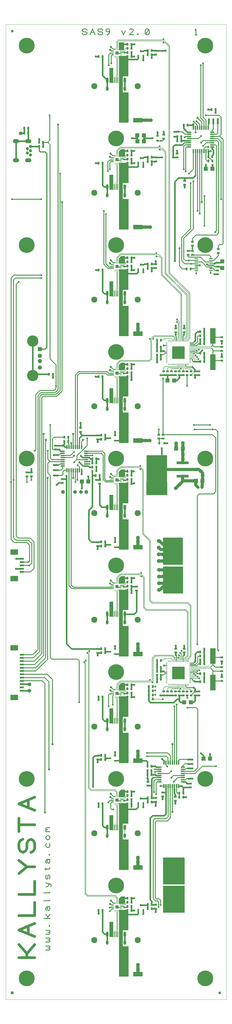
<source format=gbr>
%FSLAX35Y35*%
%MOIN*%
G04 EasyPC Gerber Version 18.0.8 Build 3632 *
%ADD20O,0.03937X0.06693*%
%ADD71O,0.03937X0.07874*%
%ADD93R,0.01102X0.03150*%
%ADD105R,0.01575X0.08661*%
%ADD107R,0.01969X0.05906*%
%ADD97R,0.02362X0.03543*%
%ADD110R,0.03150X0.03543*%
%ADD99R,0.03150X0.03937*%
%ADD119R,0.03150X0.08661*%
%ADD108R,0.05906X0.06299*%
%ADD104R,0.08268X0.23622*%
%ADD103R,0.31102X0.42520*%
%ADD92R,0.03937X0.03937*%
%ADD96R,0.04724X0.04724*%
%ADD70O,0.09449X0.05906*%
%ADD94R,0.03150X0.01102*%
%ADD111R,0.05512X0.01378*%
%ADD106R,0.05906X0.01969*%
%ADD109R,0.03543X0.02362*%
%ADD112R,0.06299X0.02756*%
%ADD114R,0.03543X0.03150*%
%ADD101R,0.03937X0.03150*%
%ADD28R,0.08661X0.03150*%
%ADD102R,0.18110X0.04331*%
%ADD15R,0.06299X0.06299*%
%ADD95R,0.18504X0.18504*%
%ADD11C,0.00394*%
%ADD10C,0.00472*%
%ADD73C,0.00787*%
%ADD72C,0.00827*%
%ADD12C,0.01181*%
%ADD120C,0.01575*%
%ADD29C,0.02362*%
%ADD14C,0.02756*%
%ADD13C,0.03150*%
%ADD25C,0.03937*%
%ADD19C,0.04724*%
%ADD24C,0.05512*%
%ADD22C,0.05906*%
%ADD16C,0.06299*%
%ADD21C,0.09055*%
%ADD18C,0.11811*%
%ADD17C,0.16929*%
%ADD23C,0.23622*%
%ADD100R,0.06299X0.05906*%
%ADD98R,0.14173X0.07087*%
%ADD113R,0.11811X0.08268*%
X0Y0D02*
D02*
D10*
X78745Y177195D02*
X409454D01*
Y1637038*
X78745*
Y177195*
X234253Y271258D02*
X239528D01*
Y293306*
X234253*
Y271258*
G36*
X239528*
Y293306*
X234253*
Y271258*
G37*
Y431101D02*
X239528D01*
Y453148*
X234253*
Y431101*
G36*
X239528*
Y453148*
X234253*
Y431101*
G37*
Y590943D02*
X239528D01*
Y612991*
X234253*
Y590943*
G36*
X239528*
Y612991*
X234253*
Y590943*
G37*
Y750786D02*
X239528D01*
Y772833*
X234253*
Y750786*
G36*
X239528*
Y772833*
X234253*
Y750786*
G37*
Y910628D02*
X239528D01*
Y932676*
X234253*
Y910628*
G36*
X239528*
Y932676*
X234253*
Y910628*
G37*
Y1070471D02*
X239528D01*
Y1092518*
X234253*
Y1070471*
G36*
X239528*
Y1092518*
X234253*
Y1070471*
G37*
Y1230313D02*
X239528D01*
Y1252361*
X234253*
Y1230313*
G36*
X239528*
Y1252361*
X234253*
Y1230313*
G37*
Y1390156D02*
X239528D01*
Y1412203*
X234253*
Y1390156*
G36*
X239528*
Y1412203*
X234253*
Y1390156*
G37*
Y1549998D02*
X239528D01*
Y1572046*
X234253*
Y1549998*
G36*
X239528*
Y1572046*
X234253*
Y1549998*
G37*
X248190Y1599250D02*
X255867D01*
Y1610550*
X248190*
Y1599250*
G36*
X255867*
Y1610550*
X248190*
Y1599250*
G37*
X248228Y328031D02*
Y320512D01*
X257244*
Y331496*
X251693*
X248228Y328031*
G36*
Y320512*
X257244*
Y331496*
X251693*
X248228Y328031*
G37*
Y487874D02*
Y480354D01*
X257244*
Y491339*
X251693*
X248228Y487874*
G36*
Y480354*
X257244*
Y491339*
X251693*
X248228Y487874*
G37*
Y647717D02*
Y640197D01*
X257244*
Y651181*
X251693*
X248228Y647717*
G36*
Y640197*
X257244*
Y651181*
X251693*
X248228Y647717*
G37*
Y807559D02*
Y800039D01*
X257244*
Y811024*
X251693*
X248228Y807559*
G36*
Y800039*
X257244*
Y811024*
X251693*
X248228Y807559*
G37*
Y1279567D02*
X257244D01*
Y1290551*
X251654*
X248228Y1287126*
Y1279567*
G36*
X257244*
Y1290551*
X251654*
X248228Y1287126*
Y1279567*
G37*
Y1439409D02*
X257244D01*
Y1450394*
X251654*
X248228Y1446969*
Y1439409*
G36*
X257244*
Y1450394*
X251654*
X248228Y1446969*
Y1439409*
G37*
X248661Y211693D02*
X262638D01*
Y256811*
X253937*
Y281102*
X262323*
Y311299*
X248661*
Y211693*
G36*
X262638*
Y256811*
X253937*
Y281102*
X262323*
Y311299*
X248661*
Y211693*
G37*
Y371535D02*
X262638D01*
Y416654*
X253937*
Y440945*
X262323*
Y471142*
X248661*
Y371535*
G36*
X262638*
Y416654*
X253937*
Y440945*
X262323*
Y471142*
X248661*
Y371535*
G37*
Y531378D02*
X262520D01*
X262638Y576024*
X262559Y576496*
X253937*
Y600787*
X262323*
Y630984*
X248661*
Y531378*
G36*
X262520*
X262638Y576024*
X262559Y576496*
X253937*
Y600787*
X262323*
Y630984*
X248661*
Y531378*
G37*
Y691220D02*
X262638D01*
Y736339*
X253937*
Y760630*
X262323*
Y790827*
X248661*
Y691220*
G36*
X262638*
Y736339*
X253937*
Y760630*
X262323*
Y790827*
X248661*
Y691220*
G37*
Y851063D02*
X262638D01*
Y896181*
X253937*
Y920472*
X262323*
Y950669*
X248661*
Y851063*
G36*
X262638*
Y896181*
X253937*
Y920472*
X262323*
Y950669*
X248661*
Y851063*
G37*
Y1010906D02*
X262638D01*
Y1056024*
X253937*
Y1080315*
X262323*
Y1110512*
X248661*
Y1010906*
G36*
X262638*
Y1056024*
X253937*
Y1080315*
X262323*
Y1110512*
X248661*
Y1010906*
G37*
Y1170748D02*
X262638D01*
Y1215866*
X253937*
Y1240157*
X262323*
Y1270354*
X248661*
Y1170748*
G36*
X262638*
Y1215866*
X253937*
Y1240157*
X262323*
Y1270354*
X248661*
Y1170748*
G37*
Y1330591D02*
X262638D01*
Y1375709*
X253937*
Y1400000*
X262638*
Y1430197*
X248661*
Y1330591*
G36*
X262638*
Y1375709*
X253937*
Y1400000*
X262638*
Y1430197*
X248661*
Y1330591*
G37*
Y1590039D02*
Y1490433D01*
X262638*
Y1535551*
X253937*
Y1559843*
X262323*
Y1590039*
X248661*
G36*
Y1490433*
X262638*
Y1535551*
X253937*
Y1559843*
X262323*
Y1590039*
X248661*
G37*
X256890Y1119724D02*
Y1120984D01*
G75*
G02X257244Y1121907I1378*
G01*
Y1130709*
X251654*
X248228Y1127283*
Y1119724*
X256890*
G36*
Y1120984*
G75*
G02X257244Y1121907I1378*
G01*
Y1130709*
X251654*
X248228Y1127283*
Y1119724*
X256890*
G37*
X257126Y959882D02*
Y961142D01*
G75*
G02X257244Y961700I1378*
G01*
Y970866*
X251693*
X248228Y967402*
Y959882*
X257126*
G36*
Y961142*
G75*
G02X257244Y961700I1378*
G01*
Y970866*
X251693*
X248228Y967402*
Y959882*
X257126*
G37*
X289686Y932754D02*
X320591D01*
Y952124*
X289686*
Y932754*
G36*
X320591*
Y952124*
X289686*
Y932754*
G37*
X314450Y785471D02*
X344135D01*
Y825471*
X314450*
Y785471*
G36*
X344135*
Y825471*
X314450*
Y785471*
G37*
Y828581D02*
X343898D01*
Y868739*
X314450*
Y828581*
G36*
X343898*
Y868739*
X314450*
Y828581*
G37*
X314568Y307321D02*
X346654D01*
Y347597*
X314568*
Y307321*
G36*
X346654*
Y347597*
X314568*
Y307321*
G37*
Y349683D02*
X346654D01*
Y389920*
X314568*
Y349683*
G36*
X346654*
Y389920*
X314568*
Y349683*
G37*
D02*
D11*
X235916Y921270D02*
X234774Y920128D01*
X235916Y923218D02*
X234774Y924360D01*
X235916Y925207D02*
X234774Y924065D01*
X235916Y927155D02*
X234774Y928297D01*
X235916Y929144D02*
X234774Y928002D01*
X235916Y931092D02*
X234774Y932234D01*
X235916Y1081113D02*
X234774Y1079971D01*
X235916Y1083061D02*
X234774Y1084202D01*
X235916Y1085050D02*
X234774Y1083908D01*
X235916Y1086998D02*
X234774Y1088139D01*
X235916Y1088987D02*
X234774Y1087845D01*
X235916Y1090935D02*
X234774Y1092076D01*
X235916Y1240955D02*
X234774Y1239813D01*
X235916Y1242903D02*
X234774Y1244045D01*
X235916Y1244892D02*
X234774Y1243750D01*
X235916Y1246840D02*
X234774Y1247982D01*
X235916Y1248829D02*
X234774Y1247687D01*
X235916Y1250777D02*
X234774Y1251919D01*
X235916Y1400798D02*
X234774Y1399656D01*
X235916Y1402746D02*
X234774Y1403887D01*
X235916Y1404735D02*
X234774Y1403593D01*
X235916Y1406683D02*
X234774Y1407824D01*
X235916Y1408672D02*
X234774Y1407530D01*
X235916Y1410620D02*
X234774Y1411761D01*
X235916Y1560640D02*
X234774Y1559498D01*
X235916Y1562588D02*
X234774Y1563730D01*
X235916Y1564577D02*
X234774Y1563435D01*
X235916Y1566525D02*
X234774Y1567667D01*
X235916Y1568514D02*
X234774Y1567372D01*
X235916Y1570462D02*
X234774Y1571604D01*
X237864Y921270D02*
X239006Y920128D01*
X237864Y923218D02*
X239006Y924360D01*
X237864Y925207D02*
X239006Y924065D01*
X237864Y927155D02*
X239006Y928297D01*
X237864Y929144D02*
X239006Y928002D01*
X237864Y931092D02*
X239006Y932234D01*
X237864Y1081113D02*
X239006Y1079971D01*
X237864Y1083061D02*
X239006Y1084202D01*
X237864Y1085050D02*
X239006Y1083908D01*
X237864Y1086998D02*
X239006Y1088139D01*
X237864Y1088987D02*
X239006Y1087845D01*
X237864Y1090935D02*
X239006Y1092076D01*
X237864Y1240955D02*
X239006Y1239813D01*
X237864Y1242903D02*
X239006Y1244045D01*
X237864Y1244892D02*
X239006Y1243750D01*
X237864Y1246840D02*
X239006Y1247982D01*
X237864Y1248829D02*
X239006Y1247687D01*
X237864Y1250777D02*
X239006Y1251919D01*
X237864Y1400798D02*
X239006Y1399656D01*
X237864Y1402746D02*
X239006Y1403887D01*
X237864Y1404735D02*
X239006Y1403593D01*
X237864Y1406683D02*
X239006Y1407824D01*
X237864Y1408672D02*
X239006Y1407530D01*
X237864Y1410620D02*
X239006Y1411761D01*
X237864Y1560640D02*
X239006Y1559498D01*
X237864Y1562588D02*
X239006Y1563730D01*
X237864Y1564577D02*
X239006Y1563435D01*
X237864Y1566525D02*
X239006Y1567667D01*
X237864Y1568514D02*
X239006Y1567372D01*
X237864Y1570462D02*
X239006Y1571604D01*
X238386Y274902D02*
X236772D01*
X238386Y434744D02*
X236772D01*
X238386Y594587D02*
X236772D01*
X238386Y754429D02*
X236772D01*
X238386Y914272D02*
X236772D01*
X238386Y1074114D02*
X236772D01*
X238386Y1233957D02*
X236772D01*
X238386Y1393799D02*
X236772D01*
X238386Y1553642D02*
X236772D01*
X238976Y279035D02*
Y280650D01*
Y438878D02*
Y440492D01*
Y598720D02*
Y600335D01*
Y758563D02*
Y760177D01*
Y918406D02*
Y920020D01*
Y1078248D02*
Y1079862D01*
Y1238091D02*
Y1239705D01*
Y1397933D02*
Y1399547D01*
Y1557776D02*
Y1559390D01*
X248583Y322776D02*
Y324390D01*
Y482618D02*
Y484232D01*
Y642461D02*
Y644075D01*
Y802303D02*
Y803917D01*
Y962146D02*
Y963760D01*
Y1121988D02*
Y1123602D01*
Y1281831D02*
Y1283445D01*
Y1441673D02*
Y1443287D01*
Y1601516D02*
Y1603130D01*
X248937Y321398D02*
X250551D01*
X248937Y481240D02*
X250551D01*
X248937Y641083D02*
X250551D01*
X248937Y800925D02*
X250551D01*
X248937Y960768D02*
X250551D01*
X248937Y1120610D02*
X250551D01*
X248937Y1280453D02*
X250551D01*
X248937Y1440295D02*
X250551D01*
X248937Y1600138D02*
X250551D01*
X249213Y270768D02*
Y269154D01*
Y279035D02*
Y280650D01*
Y430610D02*
Y428996D01*
Y438878D02*
Y440492D01*
Y590453D02*
Y588839D01*
Y598720D02*
Y600335D01*
Y750295D02*
Y748681D01*
Y758563D02*
Y760177D01*
Y910138D02*
Y908524D01*
Y918406D02*
Y920020D01*
Y1069980D02*
Y1068366D01*
Y1078248D02*
Y1079862D01*
Y1229823D02*
Y1228209D01*
Y1238091D02*
Y1239705D01*
Y1389665D02*
Y1388051D01*
Y1397933D02*
Y1399547D01*
Y1549508D02*
Y1547894D01*
Y1557776D02*
Y1559390D01*
X249420Y1124223D02*
X248278Y1123081D01*
X249420Y1126171D02*
X248278Y1127313D01*
X249420Y1284065D02*
X248278Y1282924D01*
X249420Y1286013D02*
X248278Y1287155D01*
X249420Y1443908D02*
X248278Y1442766D01*
X249420Y1445856D02*
X248278Y1446998D01*
X249441Y1603771D02*
X248299Y1602630D01*
X249441Y1605441D02*
X248299Y1606583D01*
X249441Y1607472D02*
X248299Y1606331D01*
X249441Y1609142D02*
X248299Y1610283D01*
X249803Y274902D02*
X251417D01*
X249803Y434744D02*
X251417D01*
X249803Y594587D02*
X251417D01*
X249803Y754429D02*
X251417D01*
X249803Y914272D02*
X251417D01*
X249803Y1074114D02*
X251417D01*
X249803Y1233957D02*
X251417D01*
X249803Y1393799D02*
X251417D01*
X249803Y1553642D02*
X251417D01*
X250394Y324606D02*
Y322992D01*
Y327362D02*
Y328976D01*
Y484449D02*
Y482835D01*
Y487205D02*
Y488819D01*
Y644291D02*
Y642677D01*
Y647047D02*
Y648661D01*
Y804134D02*
Y802520D01*
Y806890D02*
Y808504D01*
Y963976D02*
Y962362D01*
Y966732D02*
Y968346D01*
X251111Y1603771D02*
X252252Y1602630D01*
X251111Y1605441D02*
X252252Y1606583D01*
X251111Y1607472D02*
X252252Y1606331D01*
X251111Y1609142D02*
X252252Y1610283D01*
X251368Y1124223D02*
X252509Y1123081D01*
X251368Y1126171D02*
X252509Y1127313D01*
X251368Y1284065D02*
X252509Y1282924D01*
X251368Y1286013D02*
X252509Y1287155D01*
X251368Y1443908D02*
X252509Y1442766D01*
X251368Y1445856D02*
X252509Y1446998D01*
X251575Y329331D02*
X249961D01*
X251575Y489173D02*
X249961D01*
X251575Y649016D02*
X249961D01*
X251575Y808858D02*
X249961D01*
X251575Y968701D02*
X249961D01*
X251575Y1128543D02*
X249961D01*
X251575Y1288386D02*
X249961D01*
X251575Y1448228D02*
X249961D01*
X251772Y325984D02*
X253386D01*
X251772Y485827D02*
X253386D01*
X251772Y645669D02*
X253386D01*
X251772Y805512D02*
X253386D01*
X251772Y965354D02*
X253386D01*
X251979Y321664D02*
X250837Y320522D01*
X251979Y323612D02*
X250837Y324754D01*
X251979Y481506D02*
X250837Y480365D01*
X251979Y483454D02*
X250837Y484596D01*
X251979Y641349D02*
X250837Y640207D01*
X251979Y643297D02*
X250837Y644439D01*
X251979Y801191D02*
X250837Y800050D01*
X251979Y803139D02*
X250837Y804281D01*
X251979Y961034D02*
X250837Y959892D01*
X251979Y962982D02*
X250837Y964124D01*
X251979Y1120876D02*
X250837Y1119735D01*
X251979Y1122824D02*
X250837Y1123966D01*
X251979Y1280719D02*
X250837Y1279577D01*
X251979Y1282667D02*
X250837Y1283809D01*
X251979Y1440561D02*
X250837Y1439420D01*
X251979Y1442509D02*
X250837Y1443651D01*
X252265Y218443D02*
X250709Y220000D01*
X252265Y378286D02*
X250709Y379843D01*
X252265Y538128D02*
X250709Y539685D01*
X252265Y697971D02*
X250709Y699528D01*
X252265Y857813D02*
X250709Y859370D01*
X252265Y1017656D02*
X250709Y1019213D01*
X252265Y1177498D02*
X250709Y1179055D01*
X252265Y1337341D02*
X250709Y1338898D01*
X252265Y1497183D02*
X250709Y1498740D01*
X252826Y1607433D02*
X251685Y1606291D01*
X252826Y1609103D02*
X251685Y1610244D01*
X252944Y1603811D02*
X251803Y1602669D01*
X252944Y1605481D02*
X251803Y1606622D01*
X252953Y327953D02*
Y326339D01*
Y487795D02*
Y486181D01*
Y647638D02*
Y646024D01*
Y807480D02*
Y805866D01*
Y967323D02*
Y965709D01*
Y1127165D02*
Y1125551D01*
Y1287008D02*
Y1285394D01*
Y1446850D02*
Y1445236D01*
X253927Y321664D02*
X255069Y320522D01*
X253927Y323612D02*
X255069Y324754D01*
X253927Y481506D02*
X255069Y480365D01*
X253927Y483454D02*
X255069Y484596D01*
X253927Y641349D02*
X255069Y640207D01*
X253927Y643297D02*
X255069Y644439D01*
X253927Y801191D02*
X255069Y800050D01*
X253927Y803139D02*
X255069Y804281D01*
X253927Y961034D02*
X255069Y959892D01*
X253927Y962982D02*
X255069Y964124D01*
X253927Y1120876D02*
X255069Y1119735D01*
X253927Y1122824D02*
X255069Y1123966D01*
X253927Y1280719D02*
X255069Y1279577D01*
X253927Y1282667D02*
X255069Y1283809D01*
X253927Y1440561D02*
X255069Y1439420D01*
X253927Y1442509D02*
X255069Y1443651D01*
X254134Y325984D02*
X252520D01*
X254134Y485827D02*
X252520D01*
X254134Y645669D02*
X252520D01*
X254134Y805512D02*
X252520D01*
X254134Y965354D02*
X252520D01*
X254134Y1125197D02*
X252520D01*
X254134Y1285039D02*
X252520D01*
X254134Y1444882D02*
X252520D01*
X254331Y329331D02*
X255945D01*
X254331Y489173D02*
X255945D01*
X254331Y649016D02*
X255945D01*
X254331Y808858D02*
X255945D01*
X254331Y968701D02*
X255945D01*
X254331Y1128543D02*
X255945D01*
X254331Y1288386D02*
X255945D01*
X254331Y1448228D02*
X255945D01*
X254496Y1607433D02*
X255638Y1606291D01*
X254496Y1609103D02*
X255638Y1610244D01*
X254615Y1603811D02*
X255756Y1602669D01*
X254615Y1605481D02*
X255756Y1606622D01*
X255512Y324606D02*
Y322992D01*
Y327362D02*
Y328976D01*
Y484449D02*
Y482835D01*
Y487205D02*
Y488819D01*
Y644291D02*
Y642677D01*
Y647047D02*
Y648661D01*
Y804134D02*
Y802520D01*
Y806890D02*
Y808504D01*
Y963976D02*
Y962362D01*
Y966732D02*
Y968346D01*
Y1123819D02*
Y1122205D01*
Y1126575D02*
Y1128189D01*
Y1283661D02*
Y1282047D01*
Y1286417D02*
Y1288031D01*
Y1443504D02*
Y1441890D01*
Y1446260D02*
Y1447874D01*
X259073Y218443D02*
X260630Y220000D01*
X259073Y378286D02*
X260630Y379843D01*
X259073Y538128D02*
X260630Y539685D01*
X259073Y697971D02*
X260630Y699528D01*
X259073Y857813D02*
X260630Y859370D01*
X259073Y1017656D02*
X260630Y1019213D01*
X259073Y1177498D02*
X260630Y1179055D01*
X259073Y1337341D02*
X260630Y1338898D01*
X259073Y1497183D02*
X260630Y1498740D01*
X259882Y310433D02*
X258268D01*
X259882Y470276D02*
X258268D01*
X259882Y630118D02*
X258268D01*
X259882Y789961D02*
X258268D01*
X259882Y949803D02*
X258268D01*
X259882Y1109646D02*
X258268D01*
X259882Y1269488D02*
X258268D01*
X259882Y1429331D02*
X258268D01*
X259882Y1589173D02*
X258268D01*
X261260Y308661D02*
Y307047D01*
Y468504D02*
Y466890D01*
Y628346D02*
Y626732D01*
Y788189D02*
Y786575D01*
Y948031D02*
Y946417D01*
Y1107874D02*
Y1106260D01*
Y1267717D02*
Y1266102D01*
Y1427559D02*
Y1425945D01*
Y1587402D02*
Y1585787D01*
X294055Y939567D02*
X292441D01*
X296614Y937008D02*
Y935394D01*
Y942126D02*
Y943740D01*
X299173Y939567D02*
X300787D01*
X302717Y939646D02*
X301102D01*
X305276Y937087D02*
Y935472D01*
Y942205D02*
Y943819D01*
X307835Y939646D02*
X309449D01*
X310984Y939882D02*
X309370D01*
X313543Y937323D02*
Y935709D01*
Y942441D02*
Y944055D01*
X316102Y939882D02*
X317717D01*
X317126Y325236D02*
X315512D01*
X317126Y372008D02*
X315512D01*
X317126Y803583D02*
X315512D01*
X317126Y850354D02*
X315512D01*
X318798Y336790D02*
X317657Y335649D01*
X318798Y344863D02*
X317657Y346005D01*
X318798Y352381D02*
X317657Y351239D01*
X318798Y360454D02*
X317657Y361595D01*
X318798Y815137D02*
X317657Y813995D01*
X318798Y823210D02*
X317657Y824351D01*
X318798Y830727D02*
X317657Y829586D01*
X318798Y838800D02*
X317657Y839942D01*
X320079Y862717D02*
X318465D01*
X320315Y383780D02*
X318701D01*
X320433Y791220D02*
X318819D01*
X320669Y314213D02*
X319055D01*
X322638Y860157D02*
Y858543D01*
Y865276D02*
Y866890D01*
X322835Y319528D02*
Y317913D01*
Y330945D02*
Y332559D01*
Y366299D02*
Y364685D01*
Y377717D02*
Y379331D01*
Y797874D02*
Y796260D01*
Y809291D02*
Y810906D01*
Y844646D02*
Y843031D01*
Y856063D02*
Y857677D01*
X322874Y381220D02*
Y379606D01*
Y386339D02*
Y387953D01*
X322992Y788661D02*
Y787047D01*
Y793780D02*
Y795394D01*
X323228Y311654D02*
Y310039D01*
Y316772D02*
Y318386D01*
X325197Y862717D02*
X326811D01*
X325433Y383780D02*
X327047D01*
X325551Y791220D02*
X327165D01*
X325787Y314213D02*
X327402D01*
X326871Y336790D02*
X328013Y335649D01*
X326871Y344863D02*
X328013Y346005D01*
X326871Y352381D02*
X328013Y351239D01*
X326871Y360454D02*
X328013Y361595D01*
X326871Y815137D02*
X328013Y813995D01*
X326871Y823210D02*
X328013Y824351D01*
X326871Y830727D02*
X328013Y829586D01*
X326871Y838800D02*
X328013Y839942D01*
X327992Y862717D02*
X326378D01*
X328110Y811220D02*
X326496D01*
X328110Y842520D02*
X326496D01*
X328465Y379685D02*
X326850D01*
X328543Y325236D02*
X330157D01*
X328543Y372008D02*
X330157D01*
X328543Y803583D02*
X330157D01*
X328543Y850354D02*
X330157D01*
X328661Y332835D02*
X327047D01*
X328819Y364213D02*
X327205D01*
X329173Y791220D02*
X327559D01*
X329291Y316535D02*
X327677D01*
X330551Y860157D02*
Y858543D01*
Y865276D02*
Y866890D01*
X330669Y808661D02*
Y807047D01*
Y813780D02*
Y815394D01*
Y839961D02*
Y838346D01*
Y845079D02*
Y846693D01*
X331024Y377126D02*
Y375512D01*
Y382244D02*
Y383858D01*
X331220Y330276D02*
Y328661D01*
Y335394D02*
Y337008D01*
X331339Y324685D02*
X329724D01*
X331378Y361654D02*
Y360039D01*
Y366772D02*
Y368386D01*
X331380Y351852D02*
X330238Y350711D01*
X331380Y355471D02*
X330238Y356612D01*
X331496Y819094D02*
X329882D01*
X331732Y788661D02*
Y787047D01*
Y793780D02*
Y795394D01*
X331850Y313976D02*
Y312362D01*
Y319094D02*
Y320709D01*
X331890Y803346D02*
X330276D01*
X332009Y342088D02*
X330868Y340947D01*
X332009Y345707D02*
X330868Y346848D01*
X332205Y372756D02*
X330591D01*
X332677Y834646D02*
X331063D01*
X333071Y850394D02*
X331457D01*
X333110Y862717D02*
X334724D01*
X333228Y811220D02*
X334843D01*
X333228Y842520D02*
X334843D01*
X333583Y379685D02*
X335197D01*
X333780Y332835D02*
X335394D01*
X333898Y322126D02*
Y320512D01*
Y327244D02*
Y328858D01*
X333937Y364213D02*
X335551D01*
X334055Y816535D02*
Y814921D01*
Y821654D02*
Y823268D01*
X334291Y791220D02*
X335906D01*
X334409Y316535D02*
X336024D01*
X334449Y800787D02*
Y799173D01*
Y805906D02*
Y807520D01*
X334488Y858268D02*
X332874D01*
X334764Y370197D02*
Y368583D01*
Y375315D02*
Y376929D01*
X334998Y351852D02*
X336140Y350711D01*
X334998Y355471D02*
X336140Y356612D01*
X335236Y832087D02*
Y830472D01*
Y837205D02*
Y838819D01*
X335433Y842913D02*
X333819D01*
X335472Y359882D02*
X333858D01*
X335512Y337283D02*
X333898D01*
X335591Y811220D02*
X333976D01*
X335628Y342088D02*
X336770Y340947D01*
X335628Y345707D02*
X336770Y346848D01*
X335630Y847835D02*
Y846220D01*
Y852953D02*
Y854567D01*
X336417Y795669D02*
X334803D01*
X336457Y324685D02*
X338071D01*
X336614Y819094D02*
X338228D01*
X337008Y803346D02*
X338622D01*
X337047Y855709D02*
Y854094D01*
Y860827D02*
Y862441D01*
X337087Y367441D02*
X335472D01*
X337244Y330000D02*
X335630D01*
X337323Y372756D02*
X338937D01*
X337795Y834646D02*
X339409D01*
X337992Y840354D02*
Y838740D01*
Y845472D02*
Y847087D01*
X338031Y357323D02*
Y355709D01*
Y362441D02*
Y364055D01*
X338071Y334724D02*
Y333110D01*
Y339843D02*
Y341457D01*
X338150Y808661D02*
Y807047D01*
Y813780D02*
Y815394D01*
X338189Y850394D02*
X339803D01*
X338976Y793110D02*
Y791496D01*
Y798228D02*
Y799843D01*
X339606Y858268D02*
X341220D01*
X339646Y364882D02*
Y363268D01*
Y370000D02*
Y371614D01*
X339803Y327441D02*
Y325827D01*
Y332559D02*
Y334173D01*
X340551Y842913D02*
X342165D01*
X340591Y359882D02*
X342205D01*
X340630Y337283D02*
X342244D01*
X340709Y811220D02*
X342323D01*
X341535Y795669D02*
X343150D01*
X342205Y367441D02*
X343819D01*
X342362Y330000D02*
X343976D01*
D02*
D12*
X86811Y951969D02*
Y1257598D01*
X91024Y1261811*
X132165*
X88268Y1375591D02*
X132047D01*
X90433Y955157D02*
Y1254724D01*
X93071Y1257362*
X132205*
X102953Y817323D02*
X116220D01*
X121378Y822480*
Y862441*
X115709Y868110*
X97717*
X94567Y871260*
Y1248071*
X98346Y1251850*
X102953Y827165D02*
X114016D01*
X102953Y832087D02*
X112598D01*
X112913Y832402*
X110394Y960551D02*
Y951969D01*
X112913Y832402D02*
X114685Y834173D01*
Y857520*
X110630Y861575*
X91378*
X86811Y866142*
Y951969*
X114016Y827165D02*
X114409D01*
X117835Y830591*
Y859882*
X113031Y864685*
X94291*
X90433Y868543*
Y955157*
X117165Y960551D02*
Y955157D01*
X134724Y1460709D02*
X134921D01*
X135079Y1460551*
X141299*
X135630Y1024213D02*
Y692205D01*
X122323Y678898*
X103012*
X102953Y678839*
X137441Y457323D02*
Y650236D01*
X133228Y654449*
X103169*
X102953Y654232*
X139016Y1014961D02*
Y1012677D01*
X138543Y1012205*
Y688740*
X123543Y673740*
X103130*
X102953Y673917*
X141299Y1460551D02*
X141850D01*
X145157Y1457244*
Y1137520*
Y1136535*
X154291Y1127402*
Y1095866*
X141299Y1460551D02*
X141417D01*
X144803Y1463937*
Y1500866*
X144567Y1501102*
X141575Y958110D02*
Y686614D01*
X124016Y669055*
X103524*
X103465Y668996*
X102953*
X142008Y998740D02*
Y986142D01*
X145472Y982677*
X143622Y521811D02*
Y652756D01*
X137283Y659094*
X103012*
X102953Y659154*
X145472Y982677D02*
X145000D01*
X142047Y979724*
Y965709*
X145591Y962165*
Y689252*
X147953Y686890*
X186575*
X188976Y684488*
Y622205*
X145472Y982677D02*
X145630Y982520D01*
X163957*
X164114Y982362*
X164272*
X145551Y1037283D02*
Y987913D01*
X147992Y985472*
X164035*
X164075Y985512*
X164272*
X139006Y251260D02*
X144173D01*
X144911Y251998*
Y253474*
X144173Y254213*
X141959*
X144173D02*
X144911Y254951D01*
Y256427*
X144173Y257165*
X139006*
Y263071D02*
X144173D01*
X144911Y263809*
Y265285*
X144173Y266024*
X141959*
X144173D02*
X144911Y266762D01*
Y268238*
X144173Y268976*
X139006*
Y274882D02*
X144173D01*
X144911Y275620*
Y277096*
X144173Y277835*
X141959*
X144173D02*
X144911Y278573D01*
Y280049*
X144173Y280787*
X139006*
X144911Y287431D02*
X144173Y288169D01*
X143435Y287431*
X144173Y286693*
X144911Y287431*
Y298504D02*
X136053D01*
X141959D02*
Y300719D01*
X139006Y304409*
X141959Y300719D02*
X144911Y304409D01*
X139744Y310315D02*
X139006Y311791D01*
Y314006*
X139744Y315482*
X141220Y316220*
X143435*
X144173Y315482*
X144911Y314006*
Y312530*
X144173Y311053*
X143435Y310315*
X142697*
X141959Y311053*
X141220Y312530*
Y314006*
X141959Y315482*
X142697Y316220*
X143435D02*
X144911D01*
Y325817D02*
Y325079D01*
X136053*
X144911Y337628D02*
Y336890D01*
X136053*
X139006Y345748D02*
X141959Y346486D01*
X143435Y347963*
Y349439*
X141959Y350915*
X139006Y351654*
X141959Y350915D02*
X144911Y350177D01*
X146388Y349439*
X147126Y347963*
X146388Y346486*
X144173Y357559D02*
X144911Y359035D01*
Y361988*
X144173Y363465*
X142697*
X141959Y361988*
Y359035*
X141220Y357559*
X139744*
X139006Y359035*
Y361988*
X139744Y363465*
X139006Y370846D02*
Y373799D01*
X137530Y372323D02*
X144173D01*
X144911Y373061*
Y373799*
X144173Y374537*
X139744Y381181D02*
X139006Y382657D01*
Y384872*
X139744Y386348*
X141220Y387087*
X143435*
X144173Y386348*
X144911Y384872*
Y383396*
X144173Y381919*
X143435Y381181*
X142697*
X141959Y381919*
X141220Y383396*
Y384872*
X141959Y386348*
X142697Y387087*
X143435D02*
X144911D01*
Y393730D02*
X144173Y394469D01*
X143435Y393730*
X144173Y392992*
X144911Y393730*
X139744Y410709D02*
X139006Y409232D01*
Y407018*
X139744Y405541*
X141220Y404803*
X142697*
X144173Y405541*
X144911Y407018*
Y409232*
X144173Y410709*
X142697Y416614D02*
X144173Y417352D01*
X144911Y418829*
Y420305*
X144173Y421781*
X142697Y422520*
X141220*
X139744Y421781*
X139006Y420305*
Y418829*
X139744Y417352*
X141220Y416614*
X142697*
X144911Y428425D02*
X139006D01*
X139744D02*
X139006Y429163D01*
Y430640*
X139744Y431378*
X141959*
X139744D02*
X139006Y432116D01*
Y433593*
X139744Y434331*
X144911*
X148858Y559409D02*
Y656339D01*
X141024Y664173*
X103051*
X102953Y664075*
X153740Y961811D02*
X163150D01*
X164606Y963268*
Y967756*
X166732Y969882*
X170059*
X170472Y969469*
X153740Y969685D02*
X161732D01*
X164094Y972047*
Y975886*
X164272Y976063*
X153740Y977559D02*
X158504D01*
X160157Y979213*
X164272*
X154291Y1095866D02*
Y1091969D01*
X151417Y1089094*
X129921*
X124016Y1083189*
Y1000551*
X122205Y998740*
X157165Y1487047D02*
Y1090276D01*
X152559Y1085669*
X131417*
X127087Y1081339*
Y701220*
X119252Y693386*
X103169*
X102953Y693602*
X160236Y1413819D02*
Y1089173D01*
X154094Y1083031*
X132717*
X129921Y1080236*
Y698307*
X120354Y688740*
X103248*
X103189Y688681*
X102953*
X163071Y1371063D02*
Y1088110D01*
X155354Y1080394*
X135079*
X132795Y1078110*
Y695079*
X121535Y683819*
X103602*
X103543Y683760*
X102953*
X164272Y988661D02*
X178425D01*
X181339Y991575*
X164272Y991811D02*
X175906D01*
X181339Y997244*
X164272Y994961D02*
X161339D01*
X158780Y992402*
X153740*
X166614Y1018976D02*
X151220D01*
X149055Y1016811*
Y1001614*
X149882Y1000787*
X153071*
X153150Y1000709*
X173622Y969469D02*
Y796890D01*
X178189Y792323*
X239980*
X240020Y792362*
X173622Y1004311D02*
Y1008543D01*
X172795Y1009370*
Y1018701*
X172520Y1018976*
X176772Y969469D02*
Y797638D01*
X180039Y794370*
X236102*
X179921Y969469D02*
Y958110D01*
Y1004311D02*
Y1024173D01*
X183071Y969469D02*
Y951969D01*
Y1004311D02*
Y1112126D01*
X188150Y1117205*
X230906*
X234016Y1114094*
X235984*
X185630Y985512D02*
X185276D01*
X181339Y981575*
X186220Y969469D02*
Y955157D01*
Y1004311D02*
Y1111535D01*
X189134Y1114449*
X229252*
X231654Y1112047*
X240020*
X189370Y969469D02*
Y974646D01*
X186535Y977480*
X191772Y985512D02*
X185630D01*
X191772Y997480D02*
X185630Y991339D01*
Y985512*
X191772Y997480D02*
X200984Y1006693D01*
Y1017480*
X192520Y1004311D02*
Y1012835D01*
X194646Y1014961*
X193346Y1623957D02*
X194085Y1622480D01*
X195561Y1621742*
X198514*
X199990Y1622480*
X200728Y1623957*
X199990Y1625433*
X198514Y1626171*
X195561*
X194085Y1626909*
X193346Y1628386*
X194085Y1629862*
X195561Y1630600*
X198514*
X199990Y1629862*
X200728Y1628386*
X205157Y1621742D02*
X208848Y1630600D01*
X212539Y1621742*
X206634Y1625433D02*
X211063D01*
X216969Y1623957D02*
X217707Y1622480D01*
X219183Y1621742*
X222136*
X223612Y1622480*
X224350Y1623957*
X223612Y1625433*
X222136Y1626171*
X219183*
X217707Y1626909*
X216969Y1628386*
X217707Y1629862*
X219183Y1630600*
X222136*
X223612Y1629862*
X224350Y1628386*
X230994Y1621742D02*
X232470Y1622480D01*
X233947Y1623957*
X234685Y1626171*
Y1628386*
X233947Y1629862*
X232470Y1630600*
X230994*
X229518Y1629862*
X228780Y1628386*
X229518Y1626909*
X230994Y1626171*
X232470*
X233947Y1626909*
X234685Y1628386*
X252402Y1627648D02*
X255354Y1621742D01*
X258307Y1627648*
X270118Y1621742D02*
X264213D01*
X269380Y1626909*
X270118Y1628386*
X269380Y1629862*
X267904Y1630600*
X265689*
X264213Y1629862*
X276762Y1621742D02*
X277500Y1622480D01*
X276762Y1623219*
X276024Y1622480*
X276762Y1621742*
X288573Y1622480D02*
X290049Y1621742D01*
X291526*
X293002Y1622480*
X293740Y1623957*
Y1628386*
X293002Y1629862*
X291526Y1630600*
X290049*
X288573Y1629862*
X287835Y1628386*
Y1623957*
X288573Y1622480*
X293002Y1629862*
X199114Y979213D02*
X204252D01*
X199114Y982362D02*
X203740D01*
X204252Y982874*
X199114Y985512D02*
X191772D01*
X199114Y994961D02*
X222126D01*
X224016Y993071*
Y993031*
X225000Y992047*
Y955866*
X228622Y952244*
X239980*
X240020Y952205*
X199114Y998110D02*
X223740D01*
X227205Y994646*
Y956220*
X229252Y954173*
X235945*
X225984Y1358071D02*
Y1278150D01*
X232244Y1271890*
X240020*
X228740Y1353268D02*
Y1278740D01*
X233622Y1273858*
X236063*
X231732Y1417323D02*
Y1431299D01*
X234134Y1433701*
X235748*
X232598Y472205D02*
Y472559D01*
X234685Y474646*
X235591*
X232756Y616102D02*
Y633150D01*
X234291Y634685*
X235866*
X233150Y1576181D02*
Y1592087D01*
X234606Y1593543*
X235984*
X234646Y314803D02*
X236378D01*
X234961Y1420472D02*
Y1430472D01*
X236220Y1431732*
X240020*
X235591Y474646D02*
X240020D01*
X235748Y1433701D02*
X240020D01*
X235866Y634685D02*
X239823D01*
X240020Y634488*
X235945Y954173D02*
X240020D01*
X235984Y1114094D02*
X239941D01*
X240020Y1114016*
X235984Y1593543D02*
X240020D01*
X236063Y1273858D02*
X240020D01*
X236102Y794370D02*
X239941D01*
X239980Y794331*
X240020*
X236378Y314803D02*
X240020D01*
X236772Y1579252D02*
Y1589764D01*
X238583Y1591575*
X240020*
X239291Y618937D02*
Y631791D01*
X240020Y632520*
X239843Y461890D02*
X237598D01*
X236220Y463268*
Y470945*
X237913Y472638*
X239980*
X240020Y472677*
Y312835D02*
X238150D01*
X234803Y309488*
X240020Y318740D02*
X236575D01*
X235276Y320039*
X240020Y478583D02*
X237283D01*
X235394Y480472*
X240020Y638425D02*
X236969D01*
X235433Y639961*
X240020Y798268D02*
X237283D01*
X235315Y800236*
X240020Y958110D02*
X236890D01*
X235236Y959764*
X240020Y1117953D02*
X236850D01*
X234961Y1119843*
X240020Y1277795D02*
X237126D01*
X235000Y1279921*
X240020Y1437638D02*
X236575D01*
X235000Y1439213*
X240020Y1597480D02*
X236929D01*
X235236Y1599173*
X242677Y321398D02*
X240020D01*
X236417Y325000*
X242677Y481240D02*
X240098D01*
X236299Y485039*
X242677Y641083D02*
X240098D01*
X236535Y644646*
X242677Y800925D02*
X239744D01*
X236063Y804606*
X242677Y960768D02*
X239862D01*
X236457Y964173*
X242677Y1120610D02*
X240098D01*
X236339Y1124370*
X242677Y1280453D02*
X239626D01*
X236063Y1284016*
X242677Y1440295D02*
X239547D01*
X235906Y1443937*
X242677Y1600138D02*
X239980D01*
X236654Y1603465*
X251240Y314803D02*
X246614D01*
X245630Y315787*
X251240Y316772D02*
X255000D01*
X256535Y315236*
X251240Y474646D02*
X246614D01*
X245630Y475630*
X251240Y476614D02*
X254843D01*
X256220Y475236*
X251240Y634488D02*
X246614D01*
X245630Y635472*
X251240Y636457D02*
X255118D01*
X256417Y635157*
X251240Y794331D02*
X246614D01*
X245630Y795315*
X251240Y796299D02*
X254843D01*
X256024Y795118*
X251240Y954173D02*
X246614D01*
X245630Y955157*
X251240Y956142D02*
X254724D01*
X255945Y954921*
X251240Y1114016D02*
X246614D01*
X245630Y1115000*
X251240Y1115984D02*
X254843D01*
X255984Y1114843*
X251240Y1273858D02*
X246614D01*
X245630Y1274843*
X251240Y1275827D02*
X255472D01*
X256457Y1274843*
X251240Y1433701D02*
X246614D01*
X245630Y1434685*
X251240Y1593543D02*
X246614D01*
X245630Y1594528*
X251240Y1595512D02*
X255079D01*
X255472Y1595118*
X257008*
X256142Y1435197D02*
X256181D01*
X255945Y1435669*
X251240*
X290394Y541575D02*
X319724D01*
X322047Y539252*
Y531791*
X322205Y531634*
X290394Y546614D02*
X321260D01*
X325433Y542441*
Y532146*
X325354Y532067*
Y531634*
X308307Y1016969D02*
X314528D01*
X314567Y1017008*
X308307Y1022874D02*
Y1030827D01*
X308976Y1010118D02*
Y1016299D01*
X308307Y1016969*
X309311Y502992D02*
X305984D01*
X304331Y501339*
Y484291*
X309311Y506142D02*
X302795D01*
X300945Y504291*
Y487717*
X309311Y515591D02*
X323189D01*
X326811Y519213*
X309311Y518740D02*
X303504D01*
X302598Y517835*
X309311Y521890D02*
X302520D01*
X311378Y1462874D02*
X306378D01*
X306299Y1462953*
X314567Y1022913D02*
X389055D01*
X393701Y1018268*
Y937874*
X390079Y934252*
X368465*
X365827Y931614*
Y708976*
X314567Y1022913D02*
Y1107244D01*
X315709Y1466181D02*
Y1464252D01*
X314331Y1462874*
X311378*
X315906Y496791D02*
X310748D01*
X319055Y531634D02*
Y527992D01*
X320866Y526181*
X319882Y665157D02*
X316969D01*
X314646Y662835*
X311496*
X311299Y662638*
X319882Y667126D02*
X316850D01*
X315512Y668465*
X319882Y676969D02*
X316063D01*
X319882Y1144685D02*
X317244D01*
X315039Y1142480*
X311614*
X311299Y1142165*
X319882Y1146654D02*
X317126D01*
X315630Y1148150*
X319882Y1156496D02*
X315472D01*
X315433Y1156457*
X322205Y496791D02*
Y450709D01*
X319213Y447717*
X302008*
X299764Y445472*
Y327835*
X302874Y324724*
X306496*
X308031Y323189*
Y315787*
X325354Y496791D02*
Y448701D01*
X321063Y444409*
X304921*
X302953Y442441*
Y329764*
X304882Y327835*
X308701*
X310906Y325630*
Y318898*
X328504Y496791D02*
Y458031D01*
Y531634D02*
Y559409D01*
X331654Y531634D02*
Y616063D01*
X333701Y1172756D02*
Y1176063D01*
X333583Y1176181*
X334646Y683858D02*
Y691929D01*
X333583Y692992*
X334646Y1163386D02*
Y1169528D01*
X333661Y1170512*
Y1172717*
X333701Y1172756*
X334803Y496791D02*
Y487402D01*
X336024Y486181*
X338937*
X338976Y486220*
X334803Y531634D02*
Y618937D01*
X337953Y531634D02*
Y534961D01*
X339803Y536811*
X355512*
X355709Y536614*
X338976Y486220D02*
Y480157D01*
X344154Y506142D02*
X347835D01*
X349488Y507795*
X355551*
X355709Y507638*
X344154Y509291D02*
X336693D01*
X330630Y503228*
X344154Y512441D02*
X330039D01*
X326811Y509213*
X344154Y521890D02*
X347992D01*
X349291Y523189*
X355669*
X355709Y523228*
X344154Y525039D02*
Y527028D01*
X347323Y530197*
X355433*
X355709Y529921*
X344488Y683858D02*
Y691457D01*
X346142Y693110*
X344488Y1163386D02*
Y1171024D01*
X345984Y1172638*
X346102*
Y1176142*
X346142Y1176181*
X348425Y648425D02*
Y645748D01*
X349961Y644213*
X360709*
X348425Y1127953D02*
Y1124921D01*
X349370Y1123976*
X358622*
X350000Y1271260D02*
X343386D01*
X339173Y1275472*
Y1302008*
X350669Y1111969D02*
Y1095866D01*
X350748Y613976D02*
X364291D01*
X366457Y611811*
Y524173*
X361063Y518780*
X344350*
X344311Y518740*
X344154*
X350906Y628622D02*
Y632205D01*
X350669Y632441*
X352087Y1298150D02*
X358504D01*
X353150Y1283740D02*
X364459D01*
X364567Y1283848*
X353445Y1453740D02*
X349449D01*
X348504Y1452795*
Y1417205*
X353445Y1456890D02*
X347520D01*
X345472Y1454843*
Y1420472*
X353445Y1466339D02*
X367756D01*
X371496Y1470079*
X353445Y1469488D02*
X348465D01*
X346969Y1467992*
X353445Y1472638D02*
X347283D01*
X343346Y1476575*
X334803*
X334685Y1476457*
X355315Y657283D02*
X358150D01*
X359252Y656181*
Y654409*
X359961Y653701*
X361693*
X355315Y667126D02*
X358150D01*
X358858Y667835*
X362913*
X365787Y664961*
X366535*
X355315Y676969D02*
X365079D01*
X367795Y679685*
X370236*
X370276Y679724*
X355315Y678937D02*
X363346D01*
X366535Y682126*
Y690197*
X367559Y691220*
X369961*
X370276Y691535*
X355315Y680906D02*
X360394D01*
X362283Y682795*
X355315Y1136811D02*
X357598D01*
X358701Y1135709*
Y1133504*
X359606Y1132598*
X355315Y1146654D02*
X358228D01*
X358898Y1147323*
X362244*
X364528Y1145039*
X370000*
X370276Y1144764*
X355315Y1156496D02*
X365354D01*
X367677Y1158819*
X369843*
X370276Y1159252*
X355315Y1158465D02*
X362677D01*
X366181Y1161969*
Y1169724*
X367362Y1170906*
X370118*
X370276Y1171063*
X355315Y1160433D02*
X359803D01*
X361732Y1162362*
X355906Y1399331D02*
Y1331457D01*
X342559Y1318110*
Y1283189*
X346890Y1278858*
X356693*
X356575Y632441D02*
X362480Y638346D01*
X356693Y1278858D02*
X364459D01*
X364469Y1278848*
X364567*
X358504Y1298150D02*
Y1302008D01*
Y1305787*
X358465Y1305827*
X359764Y1402283D02*
Y1331102D01*
X345630Y1316969*
Y1285984*
X347874Y1283740*
X353150*
X360039Y1447539D02*
Y1420551D01*
X353307Y1413819*
X362500Y1621506D02*
X365453D01*
X363976D02*
Y1630364D01*
X362500Y1628888*
X361417Y1030827D02*
X388819D01*
X363189Y1482382D02*
Y1475354D01*
X364567Y1271348D02*
X355994D01*
X355906Y1271260*
X364567Y1281348D02*
X372756D01*
X376142Y1277963*
Y1277913*
X380315Y1273740*
X386112*
X386220Y1273848*
X366339Y1447539D02*
Y1358071D01*
Y1482382D02*
Y1485866D01*
X360512Y1491693*
X366535Y664961D02*
X370000D01*
X370276Y665236*
X369488Y1447539D02*
Y1353740D01*
Y1482382D02*
Y1487480D01*
X364449Y1492520*
X371260Y1572402D02*
Y1576024D01*
X371299Y1576063*
X372638Y1447539D02*
Y1371063D01*
Y1482382D02*
Y1490866D01*
X366063Y1497441*
X375787Y1482382D02*
Y1492008D01*
X371260Y1496535*
Y1572402*
X376575Y1380079D02*
Y1335866D01*
X378937Y1482382D02*
Y1493701D01*
X374567Y1498071*
Y1579252*
X382087Y1482382D02*
Y1485984D01*
X382953Y1486850*
Y1491811*
X383268Y1492126*
X382165Y1453780D02*
X378661D01*
X375906Y1451024*
Y1447657*
X375787Y1447539*
X382598Y1432874D02*
X380591D01*
X378898Y1434567*
Y1447343*
X378937Y1447382*
Y1447539*
X384961Y1037283D02*
X360827D01*
X386102Y675000D02*
X389331Y678228D01*
X386142Y673031D02*
X389252Y669921D01*
Y668858*
X386220Y1271348D02*
X390108D01*
X392323Y1269134*
X395787*
X396063Y1268858*
X386220Y1273848D02*
Y1271348D01*
Y1278848D02*
X391407D01*
X391772Y1279213*
X386220Y1281348D02*
X378061D01*
X370748Y1288661*
X352953*
X351890Y1289724*
Y1292047*
X352087Y1292244*
X386220Y1283848D02*
X390463D01*
X397244Y1290630*
Y1294882*
X397205Y1294921*
X386220Y1286348D02*
Y1289449D01*
X383819Y1291850*
X358898*
X358504Y1292244*
X386732Y1154528D02*
X388957Y1156752D01*
X386969Y1152559D02*
X389134Y1150394D01*
Y1148386*
X388287Y1456890D02*
X393268D01*
X394488Y1455669*
Y1351969*
X388287Y1460039D02*
X379646D01*
X374567Y1454961*
X388287Y1463189D02*
X395433D01*
X397520Y1461102*
Y1324685*
X394764Y1321929*
X363819*
X358465Y1316575*
Y1311732*
X388287Y1463189D02*
X374606D01*
X371496Y1460079*
X388287Y1469488D02*
X398543D01*
X388504Y1432874D02*
Y1433189D01*
X382480Y1439213*
X388819Y1030827D02*
X393346D01*
X396614Y1027559*
Y700669*
X397598Y699685*
X388957Y1156752D02*
X389055Y1156850D01*
Y1168740*
X389134Y1148386D02*
Y1133937D01*
X389252Y668858D02*
Y652087D01*
X389094Y651929*
X389370Y678268D02*
Y691024D01*
X389961Y1492126D02*
Y1480354D01*
X388150Y1478543*
Y1475925*
X388287Y1475787*
X393858Y526417D02*
X373425D01*
X362402Y515394*
X344350*
X344154Y515591*
X394488Y1351969D02*
Y1328307D01*
X392441Y1326260*
X396654Y1492126D02*
Y1474370D01*
X395000Y1472717*
X388366*
X388287Y1472638*
X398543Y1469488D02*
X399843D01*
X404606Y1464724*
Y1309173*
X402756Y1307323*
X398976*
X397283Y1305630*
Y1300906*
X397205Y1300827*
X398543Y1469488D02*
X398661D01*
X401496Y1472323*
Y1498543*
X398898Y1501142*
X378583*
Y1501102*
X401535Y1375591D02*
Y1461575D01*
X396890Y1466220*
X388445*
X388327Y1466339*
X388287*
X402638Y654094D02*
X391260D01*
X389094Y651929*
X402638Y668858D02*
X389252D01*
X402638Y674764D02*
X392795D01*
X389331Y678228*
X402638Y689331D02*
X391063D01*
X389094Y691299*
X402638Y1133622D02*
X391260D01*
X389094Y1131457*
X402638Y1148386D02*
X389134D01*
X402638Y1154291D02*
X391417D01*
X388957Y1156752*
X402638Y1168858D02*
X391063D01*
X389094Y1170827*
D02*
D13*
X94213Y822244D03*
X94449Y837008D03*
X117165Y971575D03*
X128819Y1465394D03*
X135630Y1024213D03*
X137441Y457323D03*
X139016Y1014961D03*
X141575Y958110D03*
X143622Y521811D03*
X148858Y559409D03*
X149409Y1108189D03*
X155079Y947913D03*
X157165Y1487047D03*
X158780Y1000394D03*
X163071Y1371063D03*
X164961Y1006811D03*
X170000Y961024D03*
X176772Y1010276D03*
X179921Y958110D03*
Y1024173D03*
X189134Y981614D03*
X190787Y1040591D03*
X191457Y991181D03*
X192520Y963898D03*
X192795Y942520D03*
X194646Y1014961D03*
X202638Y960276D03*
X209488Y495709D03*
X213622Y1109646D03*
X213780Y1429331D03*
X213819Y1589173D03*
X214134Y1269488D03*
X214252Y955236D03*
X214528Y968583D03*
X216417Y532441D03*
Y692362D03*
Y851772D03*
Y1011654D03*
X218031Y305709D03*
Y465394D03*
Y625472D03*
X218386Y986457D03*
X234961Y1119843D03*
X235000Y1279921D03*
Y1439213D03*
X235236Y959764D03*
Y1599173D03*
X235276Y320039D03*
X235315Y800236D03*
X235394Y480472D03*
X235433Y639961D03*
X235906Y1443937D03*
X236063Y804606D03*
Y1284016D03*
X236299Y485039D03*
X236339Y1124370D03*
X236417Y325000D03*
X236457Y964173D03*
X236535Y644646D03*
X236654Y1603465D03*
X236890Y282874D03*
Y286811D03*
Y290748D03*
Y442717D03*
Y446654D03*
Y450591D03*
Y602559D03*
Y606496D03*
Y610433D03*
Y762402D03*
Y766339D03*
Y770276D03*
Y922244D03*
Y926181D03*
Y930118D03*
Y1082087D03*
Y1086024D03*
Y1089961D03*
Y1241929D03*
Y1245866D03*
Y1249803D03*
Y1401772D03*
Y1405709D03*
Y1409646D03*
Y1561614D03*
Y1565551D03*
Y1569488D03*
X242402Y547402D03*
Y706417D03*
Y868307D03*
Y1027244D03*
X250394Y325984D03*
Y485827D03*
Y645669D03*
Y805512D03*
Y965354D03*
Y1125197D03*
Y1285039D03*
Y1444882D03*
X252953Y322638D03*
Y329331D03*
Y482480D03*
Y489173D03*
Y642323D03*
Y649016D03*
Y802165D03*
Y808858D03*
Y962008D03*
Y968701D03*
Y1121850D03*
Y1128543D03*
Y1281693D03*
Y1288386D03*
Y1441535D03*
Y1448228D03*
X255512Y325984D03*
Y485827D03*
Y645669D03*
Y805512D03*
Y965354D03*
Y1125197D03*
Y1285039D03*
Y1444882D03*
X255945Y954921D03*
X255984Y1114843D03*
X256024Y795118D03*
X256220Y475236D03*
X256417Y635157D03*
X256457Y1274843D03*
X256535Y315236D03*
X267126Y1104764D03*
X267165Y465866D03*
Y785866D03*
X267835Y1466772D03*
X270669Y968110D03*
X271024Y648425D03*
X271063Y310433D03*
X271142Y328740D03*
Y808268D03*
Y1447638D03*
X271181Y488583D03*
Y950039D03*
Y1269488D03*
Y1589173D03*
X271299Y630118D03*
Y1127953D03*
X271417Y1429331D03*
X271496Y1607480D03*
X271693Y1287795D03*
X284764Y305512D03*
Y465157D03*
Y1265984D03*
Y1423898D03*
Y1583386D03*
X291220Y508189D03*
X297441Y1267520D03*
Y1426654D03*
Y1587244D03*
X302677Y513661D03*
X303031Y526378D03*
X303465Y308268D03*
Y467126D03*
Y1282874D03*
X305394Y652087D03*
Y678898D03*
Y1131024D03*
Y1158346D03*
X306299Y1475748D03*
X310433Y632441D03*
X310748Y496791D03*
X310866Y1111969D03*
X312992Y1438031D03*
X313386Y537244D03*
X314016Y477047D03*
X315433Y1156457D03*
X315512Y668465D03*
X315630Y1148150D03*
X315709Y1476339D03*
X316063Y676969D03*
X318110Y1597874D03*
X320906Y1010118D03*
X328504Y458031D03*
Y559409D03*
X329449Y1438031D03*
X330512Y659055D03*
Y663780D03*
Y668504D03*
Y673228D03*
Y1138583D03*
Y1143307D03*
Y1148031D03*
Y1152756D03*
X331654Y491693D03*
X331693Y1469213D03*
X332323Y1282874D03*
X332953Y470551D03*
X333583Y692992D03*
Y706890D03*
Y1186063D03*
X333701Y1172756D03*
X335236Y659055D03*
Y663780D03*
Y668504D03*
Y673228D03*
Y1138583D03*
Y1143307D03*
Y1148031D03*
Y1152756D03*
X335551Y1448110D03*
X339055Y627283D03*
Y1107992D03*
X339961Y659055D03*
Y663780D03*
Y668504D03*
Y673228D03*
Y1138583D03*
Y1143307D03*
Y1148031D03*
Y1152756D03*
X342520Y496791D03*
X344685Y659055D03*
Y663780D03*
Y668504D03*
Y673228D03*
Y1138583D03*
Y1143307D03*
Y1148031D03*
Y1152756D03*
X345984Y1172638D03*
X346142Y693110D03*
Y706772D03*
Y1186102D03*
X346378Y1463189D03*
X346969Y1392953D03*
X347441Y1479567D03*
X348937Y480157D03*
X350472Y500748D03*
X358622Y1123976D03*
X360039Y1487638D03*
X360709Y644213D03*
X361575Y1132598D03*
X361693Y653701D03*
X361732Y1162362D03*
X362283Y682795D03*
X362480Y628307D03*
Y1108150D03*
X366063Y1497441D03*
X369409Y1276348D03*
X371535Y545748D03*
X372638Y1371063D03*
X373268Y1149252D03*
X376181Y659134D03*
Y702323D03*
Y1138661D03*
Y1181496D03*
X378701Y1426772D03*
X380591Y1277913D03*
X382165Y1453780D03*
Y1509803D03*
X384921Y544921D03*
X385866Y1447539D03*
X388287Y1450866D03*
X388543Y1426772D03*
X391614Y1262953D03*
X391772Y1279213D03*
X393228Y1504803D03*
X402638Y663819D03*
Y679685D03*
Y1143465D03*
Y1159252D03*
D02*
D14*
X86811Y951969D03*
X88268Y1375591D03*
X90433Y955157D03*
X98346Y1251850D03*
X110394Y951969D03*
X112913Y832402D03*
X114016Y827165D03*
X117165Y955157D03*
X122205Y998740D03*
X132047Y1375591D03*
X132165Y1261811D03*
X132205Y1257362D03*
X142008Y998740D03*
X144567Y1501102D03*
X145551Y1037283D03*
X154291Y1095866D03*
X160236Y1413819D03*
X181339Y981575D03*
Y991575D03*
Y997244D03*
X183071Y951969D03*
X186220Y955157D03*
X186535Y977480D03*
X188976Y622205D03*
X196417Y682323D03*
X198898Y684724D03*
X200984Y1017480D03*
X201220Y696024D03*
X203858Y698661D03*
X204252Y979213D03*
Y982874D03*
X208583Y968346D03*
Y991811D03*
X225984Y1358071D03*
X228740Y1353268D03*
X231732Y1417323D03*
X232598Y472205D03*
X232756Y616102D03*
X233150Y1576181D03*
X234646Y314803D03*
X234803Y309488D03*
X234961Y1420472D03*
X236772Y1579252D03*
X239291Y618937D03*
X239843Y461890D03*
X245630Y315787D03*
Y475630D03*
Y635472D03*
Y795315D03*
Y955157D03*
Y1115000D03*
Y1274843D03*
Y1434685D03*
Y1594528D03*
X250276Y1604606D03*
Y1608307D03*
X253661Y1608268D03*
X253780Y1604646D03*
X256142Y1435197D03*
X257008Y1595118D03*
X280669Y971299D03*
Y976142D03*
X281811Y810630D03*
Y815630D03*
X290394Y541575D03*
Y546614D03*
X294921Y655748D03*
X295000Y1166299D03*
X298465Y652205D03*
X300000Y1166299D03*
X300945Y487717D03*
X302520Y521890D03*
X302598Y517835D03*
X302874Y639843D03*
X302913Y633465D03*
X303031Y645866D03*
X304331Y484291D03*
X304567Y1289921D03*
Y1294843D03*
X308031Y315787D03*
X308307Y1030827D03*
X309724Y1449646D03*
Y1454724D03*
X310906Y318898D03*
X311378Y1462874D03*
X314370Y626693D03*
X314567Y1107244D03*
X315079Y1610079D03*
Y1615236D03*
X320866Y526181D03*
X326811Y509213D03*
Y519213D03*
X330630Y503228D03*
X331654Y616063D03*
X334803Y618937D03*
X335472Y1191929D03*
X335591Y1195315D03*
X337323Y689094D03*
X338661Y692559D03*
X339173Y1302008D03*
X340157Y696024D03*
X340669Y642480D03*
X341181Y1122244D03*
X342205Y699331D03*
X345472Y1420472D03*
X346969Y1467992D03*
X348504Y1417205D03*
X350669Y1095866D03*
X350748Y613976D03*
X350906Y628622D03*
X353150Y1283740D03*
X353307Y1413819D03*
X355906Y1399331D03*
X356693Y1278858D03*
X358504Y1302008D03*
X359764Y1402283D03*
X360512Y1491693D03*
X360748Y665276D03*
X360827Y1037283D03*
X360945Y1144685D03*
X361417Y1030827D03*
X363110Y1141850D03*
X363189Y1475354D03*
X363346Y662756D03*
X364252Y1264488D03*
X364449Y1492520D03*
X365197Y1148189D03*
X365630Y1139094D03*
X365827Y708976D03*
X365866Y668622D03*
X366063Y660315D03*
X366339Y1358071D03*
X366535Y664961D03*
X367598Y1136220D03*
X368110Y1150039D03*
X368858Y657953D03*
X368898Y670236D03*
X369488Y1353740D03*
X371299Y1576063D03*
X371496Y1460079D03*
Y1470079D03*
X374567Y1454961D03*
Y1579252D03*
X376575Y1335866D03*
Y1380079D03*
X378583Y1501102D03*
X384961Y1037283D03*
X385748Y1265236D03*
X388819Y1030827D03*
X392441Y1326260D03*
X393858Y526417D03*
X397598Y699685D03*
X401535Y1375591D03*
D02*
D15*
X129795Y1150984D03*
D02*
D16*
Y1123425D03*
Y1133268D03*
Y1141142D03*
D02*
D17*
X119126Y1111339D03*
Y1163071D03*
D02*
D18*
X322835Y325236D03*
Y340827D03*
Y356417D03*
Y372008D03*
Y803583D03*
Y819173D03*
Y834764D03*
Y850354D03*
D02*
D19*
X111319Y1444882D03*
Y1451181D03*
X116043Y1441732D03*
Y1448031D03*
Y1454331D03*
X276929Y215039D02*
Y222205D01*
Y228976*
Y374882D02*
Y382717D01*
Y389843*
Y534724D02*
Y542126D01*
Y548898*
Y694567D02*
Y702008D01*
Y709291*
Y854409D02*
Y862362D01*
Y868858*
Y1014252D02*
X287913D01*
X276929Y1174094D02*
Y1181417D01*
Y1188031*
Y1333937D02*
X288268D01*
X276929Y1493780D02*
X289055D01*
X287913Y1014252D02*
X294449D01*
X288268Y1333937D02*
X295118D01*
X289055Y1493780D02*
X296181D01*
X308268Y833819D02*
X321890D01*
X322835Y834764*
X308268Y843819D02*
X313780D01*
X322835Y834764*
X308268Y853819D02*
Y853740D01*
X310827Y851181*
X322008*
X322835Y850354*
X308268Y863819D02*
Y863780D01*
X309252*
X322717Y850315*
X322835*
Y850354*
X308465Y790512D02*
X309764D01*
X322835Y803583*
X308465Y800512D02*
X319764D01*
X322835Y803583*
X308465Y810512D02*
X314173D01*
X322835Y819173*
X308465Y820512D02*
X321496D01*
X322835Y819173*
X334055Y819094*
X322835Y834764D02*
X322953Y834646D01*
X335236*
X334055Y819094D02*
X334370Y819173D01*
X338150Y815394*
Y811220*
X334252Y1002165D02*
Y1010236D01*
X334449Y803346D02*
X334646Y803150D01*
X323268*
X322835Y803583*
X335236Y834646D02*
X335039D01*
X337992Y837598*
Y842913*
X335630Y850394D02*
Y850591D01*
X322835*
Y850354*
X337992Y842913D02*
Y848228D01*
X335630Y850394*
X338150Y811220D02*
Y805906D01*
X334449Y803346*
X339173Y948228D02*
X333661Y942913D01*
X343898Y953543D02*
X343996Y953248D01*
X339173Y948228*
X343898Y953543D02*
X343996Y960866D01*
Y970866D02*
X305315D01*
X305217Y970768*
X343996Y970866D02*
X365157Y970748D01*
X343996Y980866D02*
X344094Y986811D01*
Y993110*
X343996Y1002067*
X344094Y1002165*
Y1010433*
X363740Y953701D02*
X344055D01*
X343898Y953543*
X365157Y970748D02*
X368386Y970866D01*
X371142Y967992*
X366969Y944016D02*
X366421Y944563D01*
X363661Y947323*
Y953622*
X363740Y953701*
X371142Y967992D02*
X373937Y965315D01*
Y961969*
X372874Y944016D02*
X373421Y953539D01*
X373583Y953701*
X373937Y961969D02*
Y954055D01*
X373583Y953701*
D02*
D70*
X94193Y1433661D03*
Y1462402D03*
X112500Y1433661D03*
Y1462402D03*
D02*
D71*
X231004Y274902D03*
Y434744D03*
Y594587D03*
Y754429D03*
Y914272D03*
Y1074114D03*
Y1233957D03*
Y1393799D03*
Y1553642D03*
X257185Y274902D03*
Y434744D03*
Y594587D03*
Y754429D03*
Y914272D03*
Y1074114D03*
Y1233957D03*
Y1393799D03*
Y1553642D03*
D02*
D20*
X231004Y262500D03*
Y422343D03*
Y582185D03*
Y742028D03*
Y901870D03*
Y1061713D03*
Y1221555D03*
Y1381398D03*
Y1541240D03*
X257185Y262500D03*
Y422343D03*
Y582185D03*
Y742028D03*
Y901870D03*
Y1061713D03*
Y1221555D03*
Y1381398D03*
Y1541240D03*
D02*
D21*
X211516Y266122D03*
Y425965D03*
Y585807D03*
Y745650D03*
Y905492D03*
Y1065335D03*
Y1225177D03*
Y1385020D03*
Y1544862D03*
X276673Y266122D03*
Y425965D03*
Y585807D03*
Y745650D03*
Y905492D03*
Y1065335D03*
Y1225177D03*
Y1385020D03*
Y1544862D03*
D02*
D22*
X308268Y833819D03*
Y843819D03*
Y853819D03*
Y863819D03*
X308465Y790512D03*
Y800512D03*
Y810512D03*
Y820512D03*
D02*
D23*
X110236Y208661D03*
Y507480D03*
Y987008D03*
Y1306693D03*
Y1605512D03*
X244094Y347638D03*
Y507480D03*
Y667323D03*
Y827165D03*
Y987008D03*
Y1146850D03*
Y1306693D03*
Y1466535D03*
X377953Y208661D03*
Y507480D03*
Y987008D03*
Y1306693D03*
Y1605512D03*
D02*
D24*
X101260Y1474213D03*
X114173Y639370D03*
Y649016D03*
X164488Y937087D03*
X182638D03*
X191535D03*
X199567D03*
X276929Y222205D03*
Y228976D03*
Y382717D03*
Y389843D03*
Y542126D03*
Y548898D03*
Y702008D03*
Y709291D03*
Y862362D03*
Y868858D03*
Y1181417D03*
Y1188031D03*
X287913Y1014252D03*
X288268Y1333937D03*
X289055Y1493780D03*
X294449Y1014252D03*
X295118Y1333937D03*
X296181Y1493780D03*
X296614Y939567D03*
X305276Y939646D03*
X313543Y939882D03*
X322638Y862717D03*
X322874Y383780D03*
X322992Y791220D03*
X323228Y314213D03*
X330551Y862717D03*
X330669Y811220D03*
Y842520D03*
X331024Y379685D03*
X331220Y332835D03*
X331378Y364213D03*
X331732Y791220D03*
X331850Y316535D03*
X333189Y353661D03*
X333661Y942913D03*
X333819Y343898D03*
X333898Y324685D03*
X334055Y819094D03*
X334252Y1010236D03*
X334449Y803346D03*
X334764Y372756D03*
X335236Y834646D03*
X335630Y850394D03*
X337047Y858268D03*
X337992Y842913D03*
X338031Y359882D03*
X338071Y337283D03*
X338150Y811220D03*
X338976Y795669D03*
X339173Y948228D03*
X339646Y367441D03*
X339803Y330000D03*
X343898Y953543D03*
X344094Y986811D03*
Y993110D03*
Y1010433D03*
X365157Y970748D03*
X371142Y967992D03*
X373937Y961969D03*
D02*
D25*
X88583Y1627165D03*
X122323Y239921D02*
X98701D01*
X110512D02*
Y245827D01*
X98701Y259606*
X110512Y245827D02*
X122323Y259606D01*
Y271417D02*
X98701Y281260D01*
X122323Y291102*
X112480Y275354D02*
Y287165D01*
X98701Y302913D02*
X122323D01*
Y322598*
X98701Y334409D02*
X122323D01*
Y354094*
Y375748D02*
X110512D01*
X98701Y365906*
X110512Y375748D02*
X98701Y385591D01*
X116417Y397402D02*
X120354Y399370D01*
X122323Y403307*
Y411181*
X120354Y415118*
X116417Y417087*
X112480Y415118*
X110512Y411181*
Y403307*
X108543Y399370*
X104606Y397402*
X100669Y399370*
X98701Y403307*
Y411181*
X100669Y415118*
X104606Y417087*
X122323Y438740D02*
X98701D01*
Y428898D02*
Y448583D01*
X122323Y460394D02*
X98701Y470236D01*
X122323Y480079*
X112480Y464331D02*
Y476142D01*
X399606Y187008D03*
D02*
D28*
X153740Y961811D03*
Y969685D03*
Y977559D03*
Y992402D03*
X334685Y1476457D03*
X355709Y507638D03*
Y523228D03*
Y529921D03*
Y536614D03*
D02*
D29*
X94193Y1433661D02*
Y1462402D01*
X112500*
X102953Y639469D02*
X114075D01*
X114173Y639370*
X102953Y649311D02*
X113878D01*
X114173Y649016*
X102953Y822244D02*
X94213D01*
X102953Y837008D02*
X94449D01*
X106654Y1474291D02*
X103976D01*
Y1474213*
X101260*
X106654Y1474291D02*
Y1482047D01*
X110394Y966457D02*
X117165D01*
X112559Y1474291D02*
Y1462461D01*
X112500Y1462402*
X112559Y1482047D02*
Y1474291D01*
X116043Y1454331D02*
X128858D01*
X128898Y1454370*
X117165Y966457D02*
Y971575D01*
X119126Y1111339D02*
Y1163071D01*
X128819Y1460709D02*
Y1465394D01*
X134803Y1454370D02*
Y1460630D01*
X134724Y1460709*
X143504Y1113583D02*
X121423D01*
X119126Y1111339*
X149409Y1113583D02*
Y1108189D01*
X153150Y1000709D02*
X158465D01*
X158780Y1000394*
X153150Y1006614D02*
X164764D01*
X164961Y1006811*
X163622Y950669D02*
X157835D01*
X155079Y947913*
X163622Y956575D02*
X170000D01*
X164272Y998110D02*
X161063D01*
X158780Y1000394*
X166693Y1012874D02*
Y1008543D01*
X164961Y1006811*
X170000Y956575D02*
Y709764D01*
X177598Y702165*
X216063*
X216142Y702087*
X216417*
X170000Y961024D02*
Y956575D01*
X170472Y1004311D02*
X167461D01*
X164961Y1006811*
X189370Y1017913D02*
X193228Y1021772D01*
X190787Y1027047D02*
Y1024213D01*
X193228Y1021772*
X190787Y1032953D02*
Y1040591D01*
X192520Y969469D02*
Y963898D01*
X192795Y952677D02*
Y942520D01*
X193228Y1021772D02*
X216417D01*
X199114Y976063D02*
X194685D01*
X189134Y981614*
X199114Y976063D02*
X202362D01*
X204252Y974173*
X208425*
X208622Y974370*
X199114Y988661D02*
X193976D01*
X191457Y991181*
X199114Y988661D02*
X203780D01*
X205591Y986850*
X208425*
X208583Y986693*
X202638Y952677D02*
Y960276D01*
X208583Y961890D02*
Y915079D01*
X203071Y909567*
Y866339*
X207402Y862008*
X216339*
X216417Y861929*
X208583Y968346D02*
Y961890D01*
X208622Y980512D02*
Y986654D01*
X208583Y986693*
X213543Y961890D02*
X208583D01*
X214488Y986693D02*
Y986575D01*
X218386*
Y986457*
X214488Y986693D02*
Y980551D01*
X214528Y980512*
Y974370D02*
Y968583D01*
X216417Y536339D02*
Y532441D01*
Y542244D02*
X212323D01*
X209488Y539409*
Y495709*
X216417Y696181D02*
Y692362D01*
Y696181D02*
X221772D01*
X221969Y696378*
X216417Y702087D02*
X221496D01*
X221969Y702559*
X216417Y856024D02*
Y851772D01*
Y856024D02*
X221772D01*
X221969Y856220*
X216417Y1015866D02*
Y1011654D01*
X218031Y310433D02*
Y305709D01*
Y470276D02*
Y465394D01*
Y630118D02*
Y625472D01*
Y1109646D02*
X213622D01*
X218031Y1269488D02*
X214134D01*
X218031Y1429331D02*
X213780D01*
X218031Y1589173D02*
X213819D01*
X219449Y961890D02*
Y955276D01*
X219488Y955236*
Y949331D02*
Y917638D01*
X222638Y914488*
X230787*
X231004Y914272*
X219488Y955236D02*
X214252D01*
X221969Y536535D02*
X216614D01*
X216417Y536339*
X221969Y542717D02*
X216890D01*
X216417Y542244*
X221969Y862402D02*
X216890D01*
X216417Y861929*
X221969Y1016063D02*
X216614D01*
X216417Y1015866*
X221969Y1022244D02*
X216890D01*
X216417Y1021772*
X223937Y310433D02*
Y278071D01*
X226969Y275039*
X230866*
X231004Y274902*
X223937Y470276D02*
Y437598D01*
X226811Y434724*
X230984*
X231004Y434744*
X223937Y630118D02*
Y597126D01*
X226811Y594252*
X230669*
X231004Y594587*
X223937Y1109646D02*
Y1076850D01*
X226378Y1074409*
X230709*
X231004Y1074114*
X223937Y1269488D02*
Y1236772D01*
X226614Y1234094*
X230866*
X231004Y1233957*
X223937Y1429331D02*
Y1396457D01*
X226378Y1394016*
X230787*
X231004Y1393799*
X223937Y1589173D02*
Y1560709D01*
X231004Y1553642*
X227874Y536535D02*
Y542717D01*
Y696378D02*
Y702559D01*
Y856220D02*
Y862402D01*
Y1022244D02*
Y1016063D01*
X231004Y274902D02*
Y262500D01*
Y434744D02*
Y422343D01*
Y594587D02*
Y582185D01*
Y754429D02*
Y742028D01*
Y914272D02*
Y901870D01*
Y1074114D02*
Y1061713D01*
Y1233957D02*
Y1221555D01*
Y1393799D02*
Y1381398D01*
Y1553642D02*
Y1541240D01*
X235315Y538386D02*
X229724D01*
X227874Y536535*
X235315Y698228D02*
X229724D01*
X227874Y696378*
X235315Y858071D02*
X229724D01*
X227874Y856220*
X235315Y1017913D02*
X229724D01*
X227874Y1016063*
X242402Y534646D02*
X255591D01*
X255669Y534724*
X242402Y542126D02*
Y547402D01*
Y694488D02*
X255591D01*
X255669Y694567*
X242402Y701969D02*
Y706417D01*
Y854331D02*
X255591D01*
X255669Y854409*
X242402Y861811D02*
Y868307D01*
Y1014173D02*
X255591D01*
X255669Y1014252*
X242402Y1021654D02*
Y1027244D01*
X257185Y274902D02*
Y262500D01*
Y594587D02*
Y582185D01*
Y754429D02*
Y742028D01*
Y914272D02*
Y901870D01*
Y1061713D02*
Y1074114D01*
Y1233957D02*
Y1221555D01*
Y1393799D02*
Y1381398D01*
Y1541240D02*
Y1553642D01*
X261260Y328740D02*
X253543D01*
X252953Y329331*
X261260Y488583D02*
X253543D01*
X252953Y489173*
X261260Y648425D02*
X253543D01*
X252953Y649016*
X261260Y808268D02*
X253543D01*
X252953Y808858*
X261260Y968110D02*
X253543D01*
X252953Y968701*
X261260Y1127953D02*
X253543D01*
X252953Y1128543*
X261260Y1287795D02*
X253543D01*
X252953Y1288386*
X261260Y1447638D02*
X253543D01*
X252953Y1448228*
X261260Y1607480D02*
X254449D01*
X253661Y1608268*
X267165Y310433D02*
Y316535D01*
Y310433D02*
X271063D01*
X267165Y322638D02*
Y328740D01*
X271142*
X267165Y470276D02*
Y465866D01*
Y476378D02*
Y470276D01*
Y482480D02*
Y488583D01*
X271181*
X267165Y630118D02*
Y636220D01*
Y630118D02*
X271299D01*
X267165Y642323D02*
Y648425D01*
X271024*
X267165Y789961D02*
Y785866D01*
Y796063D02*
Y789961D01*
Y802165D02*
Y808268D01*
X271142*
X267165Y949803D02*
Y955906D01*
Y949803D02*
Y949921D01*
X271181*
Y950039*
X267165Y962008D02*
Y968110D01*
X270669*
X267165Y1109646D02*
Y1104803D01*
X267126Y1104764*
X267165Y1115748D02*
Y1109646D01*
Y1121850D02*
Y1127953D01*
X271299*
X267165Y1269488D02*
X271181D01*
X267165Y1275591D02*
Y1269488D01*
Y1281693D02*
Y1287795D01*
X271693*
X267165Y1429331D02*
X271417D01*
X267165Y1435433D02*
Y1429331D01*
Y1441535D02*
Y1447638D01*
X271142*
X267165Y1589173D02*
X271181D01*
X267165Y1595276D02*
Y1589173D01*
Y1607480D02*
X271496D01*
X267165D02*
Y1601378D01*
X274961Y789488D02*
Y757874D01*
X271299Y754213*
X257402*
X257185Y754429*
X274961Y795394D02*
X267835D01*
X267165Y796063*
X275945Y1466772D02*
X267835D01*
X275945D02*
Y1462480D01*
X276181Y1462244*
X275945Y1471220D02*
Y1466772D01*
X277283Y311260D02*
Y305551D01*
X276063Y304331*
X257913*
X257205Y305039*
X277283Y471102D02*
Y465197D01*
X274134Y462047*
X260748*
X258150Y464646*
X257677*
X277283Y1270315D02*
Y1266260D01*
X275039Y1264016*
X257598*
X277283Y1430157D02*
Y1424882D01*
X276102Y1423701*
X256299*
X277283Y1590000D02*
Y1585984D01*
X275945Y1584646*
X257913*
Y1584094*
X281024Y318346D02*
X290472D01*
X291535Y319409*
X281024Y478189D02*
X290472D01*
X291535Y479252*
X281024Y1277402D02*
X285394D01*
X286496Y1278504*
X291496*
X291535Y1278465*
X281024Y1437244D02*
X284843D01*
X286142Y1438543*
X291299*
X291535Y1438307*
X281024Y1597087D02*
X285197D01*
X286102Y1597992*
X291378*
X291535Y1598150*
X284764Y311260D02*
Y305512D01*
Y471102D02*
Y465157D01*
Y1270315D02*
Y1265984D01*
Y1430157D02*
Y1423898D01*
Y1590000D02*
Y1583386D01*
X285787Y1466693D02*
Y1462480D01*
X286024Y1462244*
X285787Y1471220D02*
Y1466693D01*
X291220Y519764D02*
Y508189D01*
Y526378D02*
Y532795D01*
X289134Y534882*
X277087*
X276929Y534724*
X291535Y312992D02*
Y319409D01*
Y472835D02*
Y479252D01*
Y1278465D02*
Y1272047D01*
Y1438307D02*
Y1431890D01*
Y1591732D02*
Y1598150D01*
X291929Y497362D02*
X297520D01*
X291929Y503268D02*
Y507480D01*
X291220Y508189*
X293307Y626969D02*
Y624331D01*
X295709Y621929*
X330433*
X335354Y626850*
X338622*
X339055Y627283*
X293307Y626969D02*
Y645866D01*
X295276Y326535D02*
X297598Y324213D01*
Y319567*
X297441Y319409*
X297126Y513701D02*
X302638D01*
X302677Y513661*
X297126Y519764D02*
Y513701D01*
Y526378D02*
X303031D01*
X297441Y312992D02*
X303228D01*
X303465Y313228*
X297441Y472835D02*
X303228D01*
X303465Y473071*
X297441Y479252D02*
X303189D01*
X303465Y478976*
X297441Y1272047D02*
Y1267520D01*
Y1278465D02*
X303189D01*
X303465Y1278189*
X297441Y1431890D02*
Y1426654D01*
Y1431890D02*
X303228D01*
X303465Y1432126*
X297441Y1438307D02*
X303189D01*
X303465Y1438031*
X297441Y1591732D02*
X303228D01*
X303465Y1591969*
X297441Y1598150D02*
X303189D01*
X303465Y1597874*
X297520Y497362D02*
Y479331D01*
X298425Y1466693D02*
X285787D01*
X299409Y509291D02*
X297520Y507402D01*
Y497362*
X303465Y313228D02*
Y308268D01*
Y319134D02*
X297717D01*
X297441Y319409*
X303465Y473071D02*
Y467126D01*
Y1272283D02*
X297677D01*
X297441Y1272047*
X303465Y1278189D02*
Y1282874D01*
Y1438031D02*
X312992D01*
X303465Y1597874D02*
X318110D01*
X305394Y662638D02*
Y652087D01*
Y668543D02*
Y678898D01*
Y684803D02*
Y678898D01*
Y1136260D02*
Y1131024D01*
Y1142165D02*
Y1136260D01*
Y1148071D02*
Y1158346D01*
Y1164331D02*
Y1158346D01*
X306299Y1470433D02*
Y1475748D01*
X309311Y512441D02*
X303898D01*
X302677Y513661*
X309311Y525039D02*
X304370D01*
X303031Y526378*
X311299Y656732D02*
Y662638D01*
Y668543D02*
Y674449D01*
Y668543D02*
X315433D01*
X315512Y668465*
X311299Y1136260D02*
Y1142165D01*
Y1148071D02*
X315551D01*
X315630Y1148150*
X311299Y1153976D02*
Y1148071D01*
X312717Y1002244D02*
Y978268D01*
X305217Y970768*
X314016Y481142D02*
Y477047D01*
Y487047D02*
X319055D01*
X315433Y1111969D02*
X310866D01*
X315709Y1472087D02*
Y1476339D01*
X315906Y531634D02*
Y534724D01*
X313386Y537244*
X316457Y1010118D02*
X320906D01*
X319055Y487047D02*
Y455472D01*
X316063Y452480*
X298819*
X295276Y448937*
Y326535*
X319055Y496791D02*
Y487047D01*
X321339Y1104055D02*
Y1111969D01*
X329449Y1438031D02*
Y1454134D01*
X332244Y1456929*
X343583*
X331181Y1104055D02*
X335118D01*
X339055Y1107992*
X332323Y1282874D02*
Y1401693D01*
X337992Y1407362*
X346969*
X332953Y474921D02*
Y470551D01*
Y480827D02*
Y484173D01*
X331693Y485433*
Y491417*
X331654Y491457*
Y491693*
X333150Y632441D02*
X310433D01*
X333150Y1111969D02*
X315433D01*
X333583Y696654D02*
Y692992D01*
Y702559D02*
Y706890D01*
Y1182087D02*
Y1186063D01*
X335551Y1437992D02*
X329488D01*
X329449Y1438031*
X335551Y1443898D02*
Y1448110D01*
X335866Y1462913D02*
Y1469213D01*
X331693*
X337953Y496791D02*
X342520D01*
X338150Y811220D02*
X330669D01*
X339055Y632441D02*
Y627283D01*
Y1111969D02*
Y1107992D01*
Y1111969D02*
X344961D01*
X341772Y1463189D02*
Y1462913D01*
Y1469213D02*
Y1463189D01*
X344154Y502992D02*
X348228D01*
X350472Y500748*
X344882Y480157D02*
X348937D01*
X344882Y486220D02*
Y494685D01*
X344626*
X342520Y496791*
X344961Y632441D02*
X339055D01*
X345472Y1486339D02*
Y1481535D01*
X347441Y1479567*
X346142Y696654D02*
Y693110D01*
Y702559D02*
Y706772D01*
Y1182087D02*
Y1186102D01*
X346339Y622205D02*
X341063D01*
X339055Y624213*
Y627283*
X346378Y1463189D02*
X341772D01*
X346969Y1397126D02*
Y1392953D01*
Y1403031D02*
Y1407362D01*
X359724*
X363189Y1410827*
X351378Y1486339D02*
X358740D01*
X360039Y1487638*
X353445Y1463189D02*
X346378D01*
X353445Y1475787D02*
X351220D01*
X347441Y1479567*
X355669Y494685D02*
X344882D01*
X355669Y500591D02*
X350630D01*
X350472Y500748*
X356181Y622205D02*
X360039D01*
X362402Y624567*
Y628228*
X362480Y628307*
X360039Y1482382D02*
Y1487638D01*
X361575Y1132598D02*
X370276D01*
X362480Y632441D02*
Y628307D01*
Y632441D02*
X368386D01*
X362480Y638346D02*
Y642441D01*
X360709Y644213*
X362480Y1111969D02*
Y1108150D01*
Y1111969D02*
X368386D01*
X362480Y1117874D02*
Y1120118D01*
X358622Y1123976*
X368386Y638346D02*
X362480D01*
X368386Y1117874D02*
X362480D01*
X370276Y653071D02*
X362323D01*
X361693Y653701*
X370276Y685630D02*
Y679724D01*
Y697441D02*
X365551D01*
X362795Y694685*
Y683307*
X362283Y682795*
X370276Y1144764D02*
Y1146260D01*
X373268Y1149252*
X370276Y1165157D02*
Y1159252D01*
Y1176969D02*
X365866D01*
X363031Y1174134*
Y1163661*
X361732Y1162362*
X375079Y537913D02*
Y542205D01*
X371535Y545748*
X376181Y653071D02*
Y659134D01*
Y665236*
Y679724D02*
Y702323D01*
Y1138661D02*
Y1132598D01*
Y1144764D02*
Y1138661D01*
Y1159252D02*
Y1176969D01*
Y1181496*
X378701Y1421181D02*
Y1426772D01*
X382087Y1447539D02*
X385866D01*
X382480Y1439213D02*
Y1447146D01*
X382087Y1447539*
X384921Y537913D02*
Y544921D01*
X387323Y1509803D02*
X382165D01*
X388287Y1453740D02*
Y1450866D01*
X388386Y1439213D02*
Y1440866D01*
X389961Y1442441*
Y1449193*
X388287Y1450866*
X388543Y1421181D02*
Y1426772D01*
X393228Y1509803D02*
Y1504803D01*
X395866Y1274449D02*
X401142D01*
X403150Y1272441*
X395866Y1280354D02*
X401220D01*
X403150Y1282283*
X395866Y1280354D02*
X392913D01*
X391772Y1279213*
X396063Y1262953D02*
X391614D01*
X402638Y660000D02*
Y663819D01*
Y683425D02*
Y679685D01*
Y1139528D02*
Y1143465D01*
Y1162953D02*
Y1159252D01*
D02*
D72*
X201220Y696024D02*
X201693D01*
X202441Y695276*
Y493701*
X206260Y489882*
X242165*
X244606Y487441*
Y481555*
X244646Y481516*
Y481240*
X203858Y698661D02*
Y494370D01*
X206929Y491299*
X242835*
X246024Y488110*
Y484685*
X246575Y484134*
Y481280*
X246614Y481240*
X244646Y310177D02*
Y307441D01*
X245197Y306890*
Y281220*
X244055Y280079*
Y274941*
X244094Y274902*
X244646Y321398D02*
X244567Y321476D01*
Y323937*
X245276Y324646*
Y328661*
X242205Y331732*
X201299*
X197480Y335551*
Y680079*
X196417Y681142*
Y682323*
X244646Y470020D02*
Y467362D01*
X245197Y466811*
Y441339*
X244173Y440315*
Y434823*
X244094Y434744*
X244646Y629862D02*
Y627598D01*
X245197Y627047*
Y601181*
X244094Y600079*
Y594587*
X244646Y789705D02*
Y787441D01*
X245197Y786890*
Y760945*
X244055Y759803*
Y754469*
X244094Y754429*
X244646Y949547D02*
Y947441D01*
X245197Y946890*
Y920945*
X244173Y919921*
Y914350*
X244094Y914272*
X244646Y1109390D02*
Y1106890D01*
X245197Y1106339*
Y1081102*
X244055Y1079961*
Y1074311*
X244094Y1074272*
Y1074114*
X244646Y1269232D02*
Y1265709D01*
X245197Y1265157*
Y1240315*
X244173Y1239291*
Y1234035*
X244094Y1233957*
X244646Y1429075D02*
Y1425630D01*
X245197Y1425079*
Y1400630*
X244094Y1399528*
Y1393799*
X244646Y1588917D02*
Y1585748D01*
X245197Y1585197*
Y1560669*
X244213Y1559685*
Y1553760*
X244094Y1553642*
X246614Y310177D02*
Y274941D01*
X246654Y274902*
X246614Y321398D02*
X246693Y321476D01*
Y329331*
X242874Y333150*
X201969*
X198898Y336220*
Y684724*
X246614Y470020D02*
Y434783D01*
X246654Y434744*
X246614Y629862D02*
Y594626D01*
X246654Y594587*
X246614Y789705D02*
Y754469D01*
X246654Y754429*
X246614Y949547D02*
Y914311D01*
X246654Y914272*
X246614Y960768D02*
Y968622D01*
X251732Y973740*
X281654*
X285315Y970079*
Y874685*
X295551Y864449*
Y775079*
X298937Y771693*
X352126*
X356693Y767126*
Y690630*
X352402Y686339*
Y683898*
X352362Y683858*
X246614Y1109390D02*
Y1074154D01*
X246654Y1074114*
X246614Y1269232D02*
Y1233996D01*
X246654Y1233957*
X246614Y1429075D02*
Y1393839D01*
X246654Y1393799*
X246614Y1588917D02*
Y1553681D01*
X246654Y1553642*
X257185Y434744D02*
Y422343D01*
X280669Y976142D02*
X278858D01*
X277874Y975157*
X251102*
X245197Y969252*
Y964173*
X244685Y963661*
Y960846*
X244646Y960807*
Y960768*
X281811Y815630D02*
X280157D01*
X279055Y814528*
X250551*
X245157Y809134*
Y803898*
X244685Y803425*
Y800965*
X244646Y800925*
X294921Y655748D02*
Y655630D01*
X293307Y654016*
X250079*
X245315Y649252*
Y644252*
X244567Y643504*
Y641122*
X244606Y641083*
X244646*
X295000Y1166299D02*
Y1165394D01*
X296102Y1164291*
Y1136535*
X293661Y1134094*
X249921*
X245197Y1129370*
Y1123268*
X244685Y1122756*
Y1120650*
X244646Y1120610*
X304567Y1294843D02*
X303543D01*
X302520Y1293819*
X250709*
X245157Y1288268*
Y1283150*
X244646Y1282638*
Y1280453*
X309724Y1454724D02*
X308504D01*
X307323Y1453543*
X250276*
X245197Y1448465*
Y1443504*
X244606Y1442913*
Y1440335*
X244646Y1440295*
X315079Y1615236D02*
X314252D01*
X313031Y1614016*
X247323*
X245197Y1611890*
Y1603543*
X244606Y1602953*
Y1600177*
X244646Y1600138*
X330512Y1143307D02*
Y1138583D01*
Y1148031D02*
Y1143307D01*
Y1152756D02*
Y1148031D01*
X330709Y683858D02*
Y686024D01*
X331220Y686535*
Y688701*
X328622Y691299*
X303228*
X299764Y687835*
Y653543*
X298465Y652244*
Y652205*
X330709Y1163386D02*
Y1165315D01*
X331260Y1165866*
Y1168150*
X329685Y1169724*
X301496*
X300000Y1168228*
Y1166299*
X332677Y683858D02*
Y689252D01*
X329213Y692717*
X302559*
X298346Y688504*
Y655472*
X295472Y652598*
X250748*
X246732Y648583*
Y641201*
X246614Y641083*
X332677Y1163386D02*
Y1168780D01*
X330315Y1171142*
X300866*
X297520Y1167795*
Y1135945*
X294252Y1132677*
X250512*
X246614Y1128780*
Y1120610*
X335236Y1138583D02*
Y1143307D01*
Y1148031*
Y1152756*
X330512*
X336614Y683858D02*
Y688386D01*
X337323Y689094*
X336614Y1163386D02*
Y1167795D01*
X337520Y1168701*
Y1189921*
X335472Y1191969*
Y1191929*
X338583Y683858D02*
Y686614D01*
X339724Y687756*
X338583Y1163386D02*
Y1167244D01*
X338937Y1167598*
Y1191929*
X335591Y1195276*
Y1195315*
X339724Y687756D02*
Y691496D01*
X338661Y692559*
X339961Y1138583D02*
X335236D01*
X339961Y1143307D02*
Y1138583D01*
Y1148031D02*
Y1143307D01*
Y1152756D02*
X344685D01*
X339961D02*
Y1148031D01*
X340551Y683858D02*
Y686378D01*
X341299Y687126*
Y695394*
X340669Y696024*
X340157*
X340551Y1163386D02*
Y1165472D01*
X341102Y1166024*
Y1232756*
X311850Y1262008*
Y1287047*
X308976Y1289921*
X304567*
X342520Y683858D02*
Y686102D01*
X342717Y686299*
Y698583*
X342205Y699094*
Y699331*
X342520Y1163386D02*
Y1233346D01*
X313268Y1262598*
Y1287717*
X308583Y1292402*
X251299*
X246575Y1287677*
Y1280492*
X246614Y1280453*
X344685Y1143307D02*
Y1138583D01*
Y1148031D02*
Y1143307D01*
Y1152756D02*
Y1148031D01*
X346457Y683858D02*
Y687638D01*
X350827Y692008*
Y756772*
X347874Y759724*
X289370*
X285079Y764016*
Y808937*
X283386Y810630*
X281811*
X346457Y1163386D02*
Y1166732D01*
X349646Y1169921*
Y1231929*
X317559Y1264016*
Y1445669*
X313346Y1449882*
X309724*
Y1449646*
X348425Y683858D02*
Y687598D01*
X352244Y691417*
Y757402*
X348504Y761142*
X290000*
X286496Y764646*
Y809567*
X282953Y813110*
X251220*
X246575Y808465*
Y801122*
X246614Y801083*
Y800925*
X348425Y1163386D02*
Y1166614D01*
X351063Y1169252*
Y1232520*
X318976Y1264606*
Y1446299*
X313150Y1452126*
X250866*
X246614Y1447874*
Y1440295*
X350394Y683858D02*
Y686457D01*
X355276Y691339*
Y766535*
X351535Y770276*
X298307*
X294134Y774449*
Y863858*
X283898Y874094*
Y969488*
X282087Y971299*
X280669*
X350394Y1163386D02*
Y1165197D01*
X353386Y1168189*
Y1234488*
X323307Y1264567*
Y1604449*
X317677Y1610079*
X315079*
X352362Y1163386D02*
Y1164843D01*
X354803Y1167283*
Y1235079*
X324724Y1265157*
Y1605039*
X317165Y1612598*
X247992*
X246614Y1611220*
Y1600138*
X355315Y669094D02*
X357795D01*
X358346Y669646*
X364685*
X365709Y668622*
X365866*
X355315Y671063D02*
X368071D01*
X368898Y670236*
X355315Y1138780D02*
X358976D01*
X361535Y1136220*
X367598*
X355315Y1140748D02*
X359173D01*
X360827Y1139094*
X365630*
X355315Y1142717D02*
Y1142677D01*
X359528*
X360354Y1141850*
X363110*
X355315Y1144685D02*
X360945D01*
X355315Y1148622D02*
X357913D01*
X358465Y1149173*
X364134*
X365118Y1148189*
X365197*
X355315Y1150591D02*
X367559D01*
X368110Y1150039*
X364252Y1264488D02*
Y1268533D01*
X364567Y1268848*
X385748Y1265236D02*
Y1268376D01*
X386220Y1268848*
D02*
D73*
X240020Y316772D02*
X236811D01*
X236378Y316339*
Y314803*
X240020Y476614D02*
X236142D01*
X235591Y476063*
Y474646*
X240020Y636457D02*
X236693D01*
X235866Y635630*
Y634685*
X240020Y796299D02*
X236575D01*
X236102Y795827*
Y794370*
X240020Y956142D02*
X236693D01*
X235945Y955394*
Y954173*
X240020Y1115984D02*
X236496D01*
X235984Y1115472*
Y1114094*
X240020Y1275827D02*
X236575D01*
X236063Y1275315*
Y1273858*
X240020Y1435669D02*
X236614D01*
X235748Y1434803*
Y1433701*
X240020Y1595512D02*
X236654D01*
X235984Y1594843*
Y1593543*
X248583Y1588917D02*
Y1586378D01*
X249094Y1585866*
Y1553760*
X249213Y1553642*
X251240Y1437638D02*
X257362D01*
X258543Y1438819*
Y1440945*
X259134Y1441535*
X261260*
X251240Y1597480D02*
X256732D01*
X257874Y1598622*
Y1600787*
X258622Y1601535*
X261102*
X261260Y1601378*
Y322638D02*
X259764D01*
X258819Y321693*
Y320000*
X257598Y318780*
X251280*
X251240Y318740*
X261260Y482480D02*
X259567D01*
X258701Y481614*
Y479921*
X257362Y478583*
X251240*
X261260Y642323D02*
X259567D01*
X258937Y641693*
Y639252*
X258031Y638346*
X251319*
X251240Y638425*
X261260Y802165D02*
X259724D01*
X258701Y801142*
Y799370*
X257598Y798268*
X251240*
X261260Y962008D02*
X259370D01*
X258504Y961142*
Y959094*
X257480Y958071*
X251280*
X251240Y958110*
X261260Y1121850D02*
X259488D01*
X258622Y1120984*
Y1118937*
X257598Y1117913*
X251280*
X251240Y1117953*
X261260Y1281693D02*
X259528D01*
X258504Y1280669*
Y1278976*
X257323Y1277795*
X251240*
X302874Y639843D02*
X299488D01*
X299213Y639567*
X302913Y633465D02*
X299409D01*
X299213Y633268*
X303031Y645866D02*
X299213D01*
X314370Y626693D02*
X299488D01*
X299213Y626969*
X315433Y1117874D02*
Y1123110D01*
X316969Y1124646*
X335472*
X336614Y1125787*
Y1127953*
X321339Y1117874D02*
Y1122126D01*
X322441Y1123228*
X336260*
X338622Y1125591*
Y1127795*
X338583Y1127835*
Y1127953*
X327244Y1117874D02*
Y1120906D01*
X328071Y1121732*
X337165*
X340551Y1125118*
Y1127953*
X328740Y683858D02*
Y685827D01*
X327008Y687559*
X316772*
X314331Y685118*
X311614*
X311299Y684803*
X328740Y1163386D02*
Y1165787D01*
X327598Y1166929*
X316890*
X314370Y1164409*
X311378*
X311299Y1164331*
X333150Y638346D02*
X339055D01*
X333150Y1117874D02*
X339055D01*
X336614Y648425D02*
Y646457D01*
X335472Y645315*
X317205*
X315591Y643701*
Y638504*
X315433Y638346*
X338583Y648425D02*
Y646142D01*
X336299Y643858*
X322677*
X321417Y642598*
Y638425*
X321339Y638346*
X339055D02*
Y640866D01*
X340669Y642480*
X339055Y1117874D02*
Y1120118D01*
X341181Y1122244*
X340551Y648425D02*
Y645866D01*
X337047Y642362*
X328307*
X327244Y641299*
Y638346*
X342520Y648425D02*
Y644331D01*
X340669Y642480*
X342520Y1127953D02*
Y1123583D01*
X341181Y1122244*
X344488Y648425D02*
Y638819D01*
X344961Y638346*
X344488Y1127953D02*
Y1121496D01*
X344961Y1121024*
Y1117874*
X346457Y648425D02*
Y642756D01*
X347441Y641772*
X355472*
X356457Y640787*
Y638465*
X356575Y638346*
X350669D02*
X344961D01*
X350669Y1117874D02*
X344961D01*
X355315Y659252D02*
X359370D01*
X360669Y657953*
X368858*
X355315Y661220D02*
X359724D01*
X360630Y660315*
X366063*
X355315Y663189D02*
X359055D01*
X359488Y662756*
X363346*
X355315Y665157D02*
Y665276D01*
X360748*
X355315Y673031D02*
X386142D01*
X355315Y675000D02*
X386102D01*
X355315Y1152559D02*
X386969D01*
X355315Y1154528D02*
X386732D01*
X356575Y1111969D02*
X362480Y1117874D01*
X356575D02*
Y1120551D01*
X355433Y1121693*
X347480*
X346457Y1122717*
Y1127953*
X389055Y1168740D02*
X389094Y1168780D01*
Y1170827*
X389134Y1133937D02*
X389094Y1133898D01*
Y1131457*
X389331Y678228D02*
X389370Y678268D01*
Y691024D02*
X389094Y691299D01*
D02*
D92*
X88583Y187008D03*
D02*
D93*
X242677Y310177D03*
Y321398D03*
Y470020D03*
Y481240D03*
Y629862D03*
Y641083D03*
Y789705D03*
Y800925D03*
Y949547D03*
Y960768D03*
Y1109390D03*
Y1120610D03*
Y1269232D03*
Y1280453D03*
Y1429075D03*
Y1440295D03*
Y1588917D03*
Y1600138D03*
X244646Y310177D03*
Y321398D03*
Y470020D03*
Y481240D03*
Y629862D03*
Y641083D03*
Y789705D03*
Y800925D03*
Y949547D03*
Y960768D03*
Y1109390D03*
Y1120610D03*
Y1269232D03*
Y1280453D03*
Y1429075D03*
Y1440295D03*
Y1588917D03*
Y1600138D03*
X246614Y310177D03*
Y321398D03*
Y470020D03*
Y481240D03*
Y629862D03*
Y641083D03*
Y789705D03*
Y800925D03*
Y949547D03*
Y960768D03*
Y1109390D03*
Y1120610D03*
Y1269232D03*
Y1280453D03*
Y1429075D03*
Y1440295D03*
Y1588917D03*
Y1600138D03*
X248583Y310177D03*
Y321398D03*
Y470020D03*
Y481240D03*
Y629862D03*
Y641083D03*
Y789705D03*
Y800925D03*
Y949547D03*
Y960768D03*
Y1109390D03*
Y1120610D03*
Y1269232D03*
Y1280453D03*
Y1429075D03*
Y1440295D03*
Y1588917D03*
Y1600138D03*
X322835Y648425D03*
Y683858D03*
Y1127953D03*
Y1163386D03*
X324803Y648425D03*
Y683858D03*
Y1127953D03*
Y1163386D03*
X326772Y648425D03*
Y683858D03*
Y1127953D03*
Y1163386D03*
X328740Y648425D03*
Y683858D03*
Y1127953D03*
Y1163386D03*
X330709Y648425D03*
Y683858D03*
Y1127953D03*
Y1163386D03*
X332677Y648425D03*
Y683858D03*
Y1127953D03*
Y1163386D03*
X334646Y648425D03*
Y683858D03*
Y1127953D03*
Y1163386D03*
X336614Y648425D03*
Y683858D03*
Y1127953D03*
Y1163386D03*
X338583Y648425D03*
Y683858D03*
Y1127953D03*
Y1163386D03*
X340551Y648425D03*
Y683858D03*
Y1127953D03*
Y1163386D03*
X342520Y648425D03*
Y683858D03*
Y1127953D03*
Y1163386D03*
X344488Y648425D03*
Y683858D03*
Y1127953D03*
Y1163386D03*
X346457Y648425D03*
Y683858D03*
Y1127953D03*
Y1163386D03*
X348425Y648425D03*
Y683858D03*
Y1127953D03*
Y1163386D03*
X350394Y648425D03*
Y683858D03*
Y1127953D03*
Y1163386D03*
X352362Y648425D03*
Y683858D03*
Y1127953D03*
Y1163386D03*
D02*
D94*
X240020Y312835D03*
Y314803D03*
Y316772D03*
Y318740D03*
Y472677D03*
Y474646D03*
Y476614D03*
Y478583D03*
Y632520D03*
Y634488D03*
Y636457D03*
Y638425D03*
Y792362D03*
Y794331D03*
Y796299D03*
Y798268D03*
Y952205D03*
Y954173D03*
Y956142D03*
Y958110D03*
Y1112047D03*
Y1114016D03*
Y1115984D03*
Y1117953D03*
Y1271890D03*
Y1273858D03*
Y1275827D03*
Y1277795D03*
Y1431732D03*
Y1433701D03*
Y1435669D03*
Y1437638D03*
Y1591575D03*
Y1593543D03*
Y1595512D03*
Y1597480D03*
X251240Y312835D03*
Y314803D03*
Y316772D03*
Y318740D03*
Y472677D03*
Y474646D03*
Y476614D03*
Y478583D03*
Y632520D03*
Y634488D03*
Y636457D03*
Y638425D03*
Y792362D03*
Y794331D03*
Y796299D03*
Y798268D03*
Y952205D03*
Y954173D03*
Y956142D03*
Y958110D03*
Y1112047D03*
Y1114016D03*
Y1115984D03*
Y1117953D03*
Y1271890D03*
Y1273858D03*
Y1275827D03*
Y1277795D03*
Y1431732D03*
Y1433701D03*
Y1435669D03*
Y1437638D03*
Y1591575D03*
Y1593543D03*
Y1595512D03*
Y1597480D03*
X319882Y651378D03*
Y653346D03*
Y655315D03*
Y657283D03*
Y659252D03*
Y661220D03*
Y663189D03*
Y665157D03*
Y667126D03*
Y669094D03*
Y671063D03*
Y673031D03*
Y675000D03*
Y676969D03*
Y678937D03*
Y680906D03*
Y1130906D03*
Y1132874D03*
Y1134843D03*
Y1136811D03*
Y1138780D03*
Y1140748D03*
Y1142717D03*
Y1144685D03*
Y1146654D03*
Y1148622D03*
Y1150591D03*
Y1152559D03*
Y1154528D03*
Y1156496D03*
Y1158465D03*
Y1160433D03*
X355315Y651378D03*
Y653346D03*
Y655315D03*
Y657283D03*
Y659252D03*
Y661220D03*
Y663189D03*
Y665157D03*
Y667126D03*
Y669094D03*
Y671063D03*
Y673031D03*
Y675000D03*
Y676969D03*
Y678937D03*
Y680906D03*
Y1130906D03*
Y1132874D03*
Y1134843D03*
Y1136811D03*
Y1138780D03*
Y1140748D03*
Y1142717D03*
Y1144685D03*
Y1146654D03*
Y1148622D03*
Y1150591D03*
Y1152559D03*
Y1154528D03*
Y1156496D03*
Y1158465D03*
Y1160433D03*
D02*
D95*
X337598Y666142D03*
Y1145669D03*
D02*
D96*
X245630Y315787D03*
Y475630D03*
Y635472D03*
Y795315D03*
Y955157D03*
Y1115000D03*
Y1274843D03*
Y1434685D03*
Y1594528D03*
D02*
D97*
X277283Y311260D03*
Y471102D03*
Y1270315D03*
Y1430157D03*
Y1590000D03*
X281024Y318346D03*
Y478189D03*
Y1277402D03*
Y1437244D03*
Y1597087D03*
X284764Y311260D03*
Y471102D03*
Y1270315D03*
Y1430157D03*
Y1590000D03*
D02*
D98*
X255669Y215039D03*
Y374882D03*
Y534724D03*
Y694567D03*
Y854409D03*
Y1014252D03*
Y1174094D03*
Y1333937D03*
Y1493780D03*
X276929Y215039D03*
Y374882D03*
Y534724D03*
Y694567D03*
Y854409D03*
Y1014252D03*
Y1174094D03*
Y1333937D03*
Y1493780D03*
D02*
D99*
X106654Y1474291D03*
Y1482047D03*
X112559Y1474291D03*
Y1482047D03*
X128819Y1460709D03*
X128898Y1454370D03*
X134724Y1460709D03*
X134803Y1454370D03*
X143504Y1113583D03*
X149409D03*
X166614Y1018976D03*
X166693Y1012874D03*
X172520Y1018976D03*
X172598Y1012874D03*
X208583Y986693D03*
X208622Y974370D03*
Y980512D03*
X213543Y961890D03*
X214488Y986693D03*
X214528Y974370D03*
Y980512D03*
X218031Y310433D03*
Y470276D03*
Y630118D03*
Y1109646D03*
Y1269488D03*
Y1429331D03*
Y1589173D03*
X219449Y961890D03*
X221969Y536535D03*
Y542717D03*
Y696378D03*
Y702559D03*
Y856220D03*
Y862402D03*
Y1016063D03*
Y1022244D03*
X223937Y310433D03*
Y470276D03*
Y630118D03*
Y1109646D03*
Y1269488D03*
Y1429331D03*
Y1589173D03*
X227874Y536535D03*
Y542717D03*
Y696378D03*
Y702559D03*
Y856220D03*
Y862402D03*
Y1016063D03*
Y1022244D03*
X261260Y310433D03*
Y316535D03*
Y322638D03*
Y328740D03*
Y470276D03*
Y476378D03*
Y482480D03*
Y488583D03*
Y630118D03*
Y636220D03*
Y642323D03*
Y648425D03*
Y789961D03*
Y796063D03*
Y802165D03*
Y808268D03*
Y949803D03*
Y955906D03*
Y962008D03*
Y968110D03*
Y1109646D03*
Y1115748D03*
Y1121850D03*
Y1127953D03*
Y1269488D03*
Y1275591D03*
Y1281693D03*
Y1287795D03*
Y1429331D03*
Y1435433D03*
Y1441535D03*
Y1447638D03*
Y1589173D03*
Y1595276D03*
Y1601378D03*
Y1607480D03*
X267165Y310433D03*
Y316535D03*
Y322638D03*
Y328740D03*
Y470276D03*
Y476378D03*
Y482480D03*
Y488583D03*
Y630118D03*
Y636220D03*
Y642323D03*
Y648425D03*
Y789961D03*
Y796063D03*
Y802165D03*
Y808268D03*
Y949803D03*
Y955906D03*
Y962008D03*
Y968110D03*
Y1109646D03*
Y1115748D03*
Y1121850D03*
Y1127953D03*
Y1269488D03*
Y1275591D03*
Y1281693D03*
Y1287795D03*
Y1429331D03*
Y1435433D03*
Y1441535D03*
Y1447638D03*
Y1589173D03*
Y1595276D03*
Y1601378D03*
Y1607480D03*
X291220Y513701D03*
Y519764D03*
Y526378D03*
X291535Y312992D03*
Y319409D03*
Y472835D03*
Y479252D03*
Y1272047D03*
Y1278465D03*
Y1431890D03*
Y1438307D03*
Y1591732D03*
Y1598150D03*
X293307Y626969D03*
Y633268D03*
Y639567D03*
Y645866D03*
X297126Y513701D03*
Y519764D03*
Y526378D03*
X297441Y312992D03*
Y319409D03*
Y472835D03*
Y479252D03*
Y1272047D03*
Y1278465D03*
Y1431890D03*
Y1438307D03*
Y1591732D03*
Y1598150D03*
X299213Y626969D03*
Y633268D03*
Y639567D03*
Y645866D03*
X305394Y656732D03*
Y662638D03*
Y668543D03*
Y674449D03*
Y684803D03*
Y1136260D03*
Y1142165D03*
Y1148071D03*
Y1153976D03*
Y1164331D03*
X311299Y656732D03*
Y662638D03*
Y668543D03*
Y674449D03*
Y684803D03*
Y1136260D03*
Y1142165D03*
Y1148071D03*
Y1153976D03*
Y1164331D03*
X335866Y1462913D03*
Y1469213D03*
X338976Y480157D03*
Y486220D03*
X341772Y1462913D03*
Y1469213D03*
X344882Y480157D03*
Y486220D03*
X345472Y1486339D03*
X350000Y1271260D03*
X351378Y1486339D03*
X355906Y1271260D03*
X366969Y944016D03*
X370276Y653071D03*
Y665236D03*
Y679724D03*
Y685630D03*
Y691535D03*
Y697441D03*
Y1132598D03*
Y1144764D03*
Y1159252D03*
Y1165157D03*
Y1171063D03*
Y1176969D03*
X372874Y944016D03*
X376181Y653071D03*
Y665236D03*
Y679724D03*
Y685630D03*
Y691535D03*
Y697441D03*
Y1132598D03*
Y1144764D03*
Y1159252D03*
Y1165157D03*
Y1171063D03*
Y1176969D03*
X382480Y1439213D03*
X382598Y1432874D03*
X387323Y1509803D03*
X388386Y1439213D03*
X388504Y1432874D03*
X393228Y1509803D03*
D02*
D100*
X192795Y952677D03*
X202638D03*
X275945Y1471220D03*
X276181Y1462244D03*
X285787Y1471220D03*
X286024Y1462244D03*
X321339Y1104055D03*
X331181D03*
X334252Y1002165D03*
X344094D03*
X346339Y622205D03*
X356181D03*
X363740Y953701D03*
X373583D03*
X375079Y537913D03*
X378701Y1421181D03*
X384921Y537913D03*
X388543Y1421181D03*
D02*
D101*
X110394Y960551D03*
Y966457D03*
X117165Y960551D03*
Y966457D03*
X153150Y1000709D03*
Y1006614D03*
X163622Y950669D03*
Y956575D03*
X190787Y1027047D03*
Y1032953D03*
X216417Y536339D03*
Y542244D03*
Y696181D03*
Y702087D03*
Y856024D03*
Y861929D03*
Y1015866D03*
Y1021772D03*
X219488Y949331D03*
Y955236D03*
X274961Y789488D03*
Y795394D03*
X291929Y497362D03*
Y503268D03*
X303465Y313228D03*
Y319134D03*
Y473071D03*
Y478976D03*
Y1272283D03*
Y1278189D03*
Y1432126D03*
Y1438031D03*
Y1591969D03*
Y1597874D03*
X308307Y1016969D03*
Y1022874D03*
X314016Y481142D03*
Y487047D03*
X314567Y1017008D03*
Y1022913D03*
X315433Y632441D03*
Y638346D03*
Y1111969D03*
Y1117874D03*
X315709Y1466181D03*
Y1472087D03*
X321339Y632441D03*
Y638346D03*
Y1111969D03*
Y1117874D03*
X327244Y632441D03*
Y638346D03*
Y1111969D03*
Y1117874D03*
X332953Y474921D03*
Y480827D03*
X333150Y632441D03*
Y638346D03*
Y1111969D03*
Y1117874D03*
X333583Y696654D03*
Y702559D03*
Y1176181D03*
Y1182087D03*
X335551Y1437992D03*
Y1443898D03*
X339055Y632441D03*
Y638346D03*
Y1111969D03*
Y1117874D03*
X344961Y632441D03*
Y638346D03*
Y1111969D03*
Y1117874D03*
X346142Y696654D03*
Y702559D03*
Y1176181D03*
Y1182087D03*
X346969Y1397126D03*
Y1403031D03*
X350669Y632441D03*
Y638346D03*
Y1111969D03*
Y1117874D03*
X352087Y1292244D03*
Y1298150D03*
X355669Y494685D03*
Y500591D03*
X356575Y632441D03*
Y638346D03*
Y1111969D03*
Y1117874D03*
X358465Y1305827D03*
Y1311732D03*
X358504Y1292244D03*
Y1298150D03*
X362480Y632441D03*
Y638346D03*
Y1111969D03*
Y1117874D03*
X368386Y632441D03*
Y638346D03*
Y1111969D03*
Y1117874D03*
X395866Y1274449D03*
Y1280354D03*
X396063Y1262953D03*
Y1268858D03*
X397205Y1294921D03*
Y1300827D03*
X402638Y654094D03*
Y660000D03*
Y668858D03*
Y674764D03*
Y683425D03*
Y689331D03*
Y1133622D03*
Y1139528D03*
Y1148386D03*
Y1154291D03*
Y1162953D03*
Y1168858D03*
D02*
D102*
X343996Y960866D03*
Y970866D03*
Y980866D03*
D02*
D103*
X305217Y970768D03*
D02*
D104*
X389094Y651929D03*
Y691299D03*
Y1131457D03*
Y1170827D03*
D02*
D105*
X238976Y274902D03*
Y434744D03*
Y594587D03*
Y754429D03*
Y914272D03*
Y1074114D03*
Y1233957D03*
Y1393799D03*
Y1553642D03*
X241535Y274902D03*
Y434744D03*
Y594587D03*
Y754429D03*
Y914272D03*
Y1074114D03*
Y1233957D03*
Y1393799D03*
Y1553642D03*
X244094Y274902D03*
Y434744D03*
Y594587D03*
Y754429D03*
Y914272D03*
Y1074114D03*
Y1233957D03*
Y1393799D03*
Y1553642D03*
X246654Y274902D03*
Y434744D03*
Y594587D03*
Y754429D03*
Y914272D03*
Y1074114D03*
Y1233957D03*
Y1393799D03*
Y1553642D03*
X249213Y274902D03*
Y434744D03*
Y594587D03*
Y754429D03*
Y914272D03*
Y1074114D03*
Y1233957D03*
Y1393799D03*
Y1553642D03*
D02*
D106*
X164272Y976063D03*
Y979213D03*
Y982362D03*
Y985512D03*
Y988661D03*
Y991811D03*
Y994961D03*
Y998110D03*
X199114Y976063D03*
Y979213D03*
Y982362D03*
Y985512D03*
Y988661D03*
Y991811D03*
Y994961D03*
Y998110D03*
X309311Y502992D03*
Y506142D03*
Y509291D03*
Y512441D03*
Y515591D03*
Y518740D03*
Y521890D03*
Y525039D03*
X344154Y502992D03*
Y506142D03*
Y509291D03*
Y512441D03*
Y515591D03*
Y518740D03*
Y521890D03*
Y525039D03*
X353445Y1453740D03*
Y1456890D03*
Y1460039D03*
Y1463189D03*
Y1466339D03*
Y1469488D03*
Y1472638D03*
Y1475787D03*
X388287Y1453740D03*
Y1456890D03*
Y1460039D03*
Y1463189D03*
Y1466339D03*
Y1469488D03*
Y1472638D03*
Y1475787D03*
D02*
D107*
X170472Y969469D03*
Y1004311D03*
X173622Y969469D03*
Y1004311D03*
X176772Y969469D03*
Y1004311D03*
X179921Y969469D03*
Y1004311D03*
X183071Y969469D03*
Y1004311D03*
X186220Y969469D03*
Y1004311D03*
X189370Y969469D03*
Y1004311D03*
X192520Y969469D03*
Y1004311D03*
X315906Y496791D03*
Y531634D03*
X319055Y496791D03*
Y531634D03*
X322205Y496791D03*
Y531634D03*
X325354Y496791D03*
Y531634D03*
X328504Y496791D03*
Y531634D03*
X331654Y496791D03*
Y531634D03*
X334803Y496791D03*
Y531634D03*
X337953Y496791D03*
Y531634D03*
X360039Y1447539D03*
Y1482382D03*
X363189Y1447539D03*
Y1482382D03*
X366339Y1447539D03*
Y1482382D03*
X369488Y1447539D03*
Y1482382D03*
X372638Y1447539D03*
Y1482382D03*
X375787Y1447539D03*
Y1482382D03*
X378937Y1447539D03*
Y1482382D03*
X382087Y1447539D03*
Y1482382D03*
D02*
D108*
X403150Y1272441D03*
Y1282283D03*
D02*
D109*
X235315Y538386D03*
Y698228D03*
Y858071D03*
Y1017913D03*
X242402Y534646D03*
Y542126D03*
Y694488D03*
Y701969D03*
Y854331D03*
Y861811D03*
Y1014173D03*
Y1021654D03*
D02*
D110*
X308976Y1010118D03*
X312717Y1002244D03*
X316457Y1010118D03*
D02*
D111*
X364567Y1268848D03*
Y1271348D03*
Y1273848D03*
Y1276348D03*
Y1278848D03*
Y1281348D03*
Y1283848D03*
Y1286348D03*
X386220Y1268848D03*
Y1271348D03*
Y1273848D03*
Y1276348D03*
Y1278848D03*
Y1281348D03*
Y1283848D03*
Y1286348D03*
D02*
D112*
X102953Y639469D03*
Y644390D03*
Y649311D03*
Y654232D03*
Y659154D03*
Y664075D03*
Y668996D03*
Y673917D03*
Y678839D03*
Y683760D03*
Y688681D03*
Y693602D03*
Y817323D03*
Y822244D03*
Y827165D03*
Y832087D03*
Y837008D03*
D02*
D113*
X91535Y629429D03*
Y703642D03*
Y807283D03*
Y847047D03*
D02*
D114*
X298425Y1466693D03*
X306299Y1462953D03*
Y1470433D03*
D02*
D119*
X383268Y1492126D03*
X389961D03*
X396654D03*
D02*
D120*
X129795Y1150984D02*
X137598D01*
X140118Y1153504*
Y1444016*
X137520Y1446614*
X130354*
X128740Y1448228*
Y1454213*
X128898Y1454370*
X176772Y1004311D02*
Y1010276D01*
X189370Y1004311D02*
Y1017913D01*
X199114Y991811D02*
X208583D01*
X257008Y1595118D02*
X261102D01*
X261260Y1595276*
Y316535D02*
X260079D01*
X258740Y315197*
X256575*
X256535Y315236*
X261260Y476378D02*
X259882D01*
X258740Y475236*
X256220*
X261260Y636220D02*
X260000D01*
X258740Y634961*
X256614*
X256417Y635157*
X261260Y796063D02*
X259528D01*
X258504Y795039*
X256102*
X256024Y795118*
X261260Y955906D02*
X259488D01*
X258504Y954921*
X255945*
X261260Y1115748D02*
X259528D01*
X258504Y1114724*
X256102*
X255984Y1114843*
X261260Y1275591D02*
X259488D01*
X258740Y1274843*
X256457*
X261260Y1435433D02*
X258701D01*
Y1435197*
X256142*
X297441Y1591732D02*
Y1587244D01*
X297520Y479331D02*
X297441Y479252D01*
X309311Y509291D02*
X299409D01*
X331654Y491693D02*
Y496791D01*
X343583Y1456929D02*
X345630Y1458976D01*
Y1459016*
X346693Y1460079*
X353287*
X353327Y1460039*
X353445*
X359606Y1132598D02*
X361575D01*
X363189Y1410827D02*
Y1447539D01*
X364567Y1276348D02*
X369409D01*
X386220D02*
X382156D01*
X380591Y1277913*
X386220Y1276348D02*
X390030D01*
X392008Y1274370*
X395787*
X395866Y1274449*
X0Y0D02*
M02*

</source>
